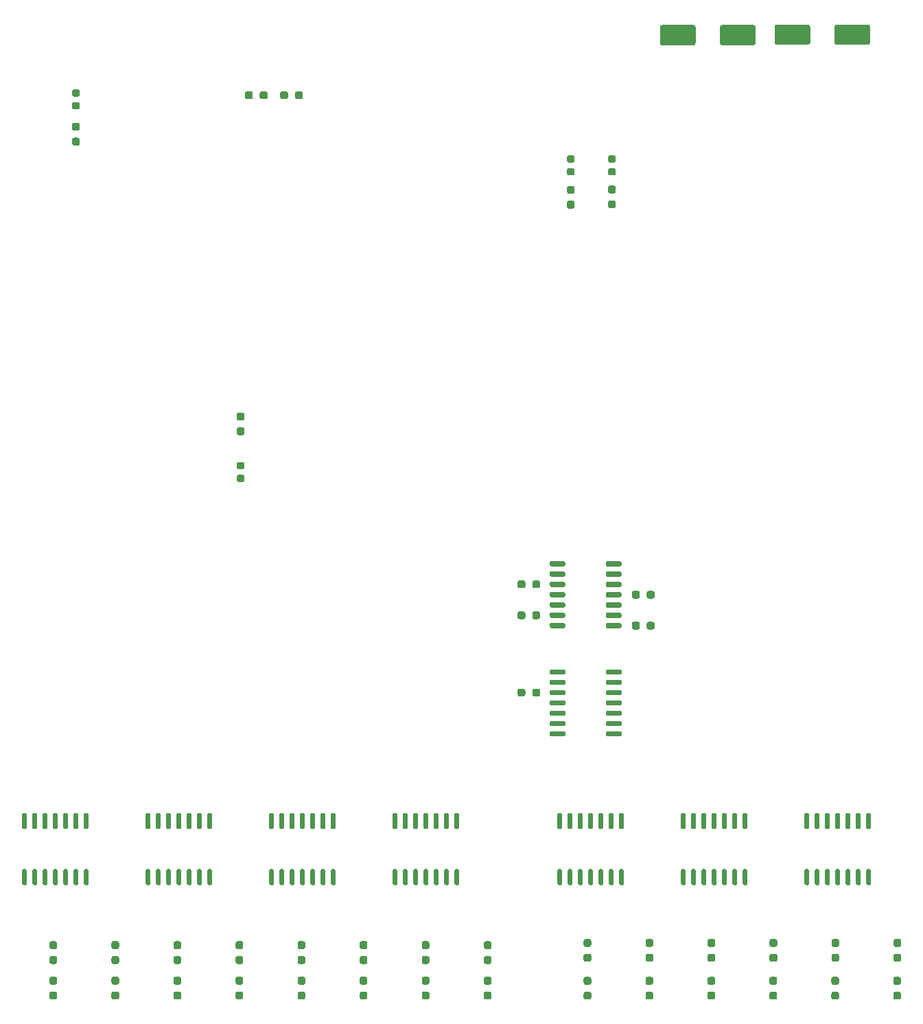
<source format=gtp>
%TF.GenerationSoftware,KiCad,Pcbnew,(5.1.9-0-10_14)*%
%TF.CreationDate,2021-06-23T09:28:56+02:00*%
%TF.ProjectId,MechanicalTheatre,4d656368-616e-4696-9361-6c5468656174,rev?*%
%TF.SameCoordinates,Original*%
%TF.FileFunction,Paste,Top*%
%TF.FilePolarity,Positive*%
%FSLAX46Y46*%
G04 Gerber Fmt 4.6, Leading zero omitted, Abs format (unit mm)*
G04 Created by KiCad (PCBNEW (5.1.9-0-10_14)) date 2021-06-23 09:28:56*
%MOMM*%
%LPD*%
G01*
G04 APERTURE LIST*
G04 APERTURE END LIST*
%TO.C,U13*%
G36*
G01*
X122860000Y-171705000D02*
X122560000Y-171705000D01*
G75*
G02*
X122410000Y-171555000I0J150000D01*
G01*
X122410000Y-169880000D01*
G75*
G02*
X122560000Y-169730000I150000J0D01*
G01*
X122860000Y-169730000D01*
G75*
G02*
X123010000Y-169880000I0J-150000D01*
G01*
X123010000Y-171555000D01*
G75*
G02*
X122860000Y-171705000I-150000J0D01*
G01*
G37*
G36*
G01*
X124130000Y-171705000D02*
X123830000Y-171705000D01*
G75*
G02*
X123680000Y-171555000I0J150000D01*
G01*
X123680000Y-169880000D01*
G75*
G02*
X123830000Y-169730000I150000J0D01*
G01*
X124130000Y-169730000D01*
G75*
G02*
X124280000Y-169880000I0J-150000D01*
G01*
X124280000Y-171555000D01*
G75*
G02*
X124130000Y-171705000I-150000J0D01*
G01*
G37*
G36*
G01*
X125400000Y-171705000D02*
X125100000Y-171705000D01*
G75*
G02*
X124950000Y-171555000I0J150000D01*
G01*
X124950000Y-169880000D01*
G75*
G02*
X125100000Y-169730000I150000J0D01*
G01*
X125400000Y-169730000D01*
G75*
G02*
X125550000Y-169880000I0J-150000D01*
G01*
X125550000Y-171555000D01*
G75*
G02*
X125400000Y-171705000I-150000J0D01*
G01*
G37*
G36*
G01*
X126670000Y-171705000D02*
X126370000Y-171705000D01*
G75*
G02*
X126220000Y-171555000I0J150000D01*
G01*
X126220000Y-169880000D01*
G75*
G02*
X126370000Y-169730000I150000J0D01*
G01*
X126670000Y-169730000D01*
G75*
G02*
X126820000Y-169880000I0J-150000D01*
G01*
X126820000Y-171555000D01*
G75*
G02*
X126670000Y-171705000I-150000J0D01*
G01*
G37*
G36*
G01*
X127940000Y-171705000D02*
X127640000Y-171705000D01*
G75*
G02*
X127490000Y-171555000I0J150000D01*
G01*
X127490000Y-169880000D01*
G75*
G02*
X127640000Y-169730000I150000J0D01*
G01*
X127940000Y-169730000D01*
G75*
G02*
X128090000Y-169880000I0J-150000D01*
G01*
X128090000Y-171555000D01*
G75*
G02*
X127940000Y-171705000I-150000J0D01*
G01*
G37*
G36*
G01*
X129210000Y-171705000D02*
X128910000Y-171705000D01*
G75*
G02*
X128760000Y-171555000I0J150000D01*
G01*
X128760000Y-169880000D01*
G75*
G02*
X128910000Y-169730000I150000J0D01*
G01*
X129210000Y-169730000D01*
G75*
G02*
X129360000Y-169880000I0J-150000D01*
G01*
X129360000Y-171555000D01*
G75*
G02*
X129210000Y-171705000I-150000J0D01*
G01*
G37*
G36*
G01*
X130480000Y-171705000D02*
X130180000Y-171705000D01*
G75*
G02*
X130030000Y-171555000I0J150000D01*
G01*
X130030000Y-169880000D01*
G75*
G02*
X130180000Y-169730000I150000J0D01*
G01*
X130480000Y-169730000D01*
G75*
G02*
X130630000Y-169880000I0J-150000D01*
G01*
X130630000Y-171555000D01*
G75*
G02*
X130480000Y-171705000I-150000J0D01*
G01*
G37*
G36*
G01*
X130480000Y-178630000D02*
X130180000Y-178630000D01*
G75*
G02*
X130030000Y-178480000I0J150000D01*
G01*
X130030000Y-176805000D01*
G75*
G02*
X130180000Y-176655000I150000J0D01*
G01*
X130480000Y-176655000D01*
G75*
G02*
X130630000Y-176805000I0J-150000D01*
G01*
X130630000Y-178480000D01*
G75*
G02*
X130480000Y-178630000I-150000J0D01*
G01*
G37*
G36*
G01*
X129210000Y-178630000D02*
X128910000Y-178630000D01*
G75*
G02*
X128760000Y-178480000I0J150000D01*
G01*
X128760000Y-176805000D01*
G75*
G02*
X128910000Y-176655000I150000J0D01*
G01*
X129210000Y-176655000D01*
G75*
G02*
X129360000Y-176805000I0J-150000D01*
G01*
X129360000Y-178480000D01*
G75*
G02*
X129210000Y-178630000I-150000J0D01*
G01*
G37*
G36*
G01*
X127940000Y-178630000D02*
X127640000Y-178630000D01*
G75*
G02*
X127490000Y-178480000I0J150000D01*
G01*
X127490000Y-176805000D01*
G75*
G02*
X127640000Y-176655000I150000J0D01*
G01*
X127940000Y-176655000D01*
G75*
G02*
X128090000Y-176805000I0J-150000D01*
G01*
X128090000Y-178480000D01*
G75*
G02*
X127940000Y-178630000I-150000J0D01*
G01*
G37*
G36*
G01*
X126670000Y-178630000D02*
X126370000Y-178630000D01*
G75*
G02*
X126220000Y-178480000I0J150000D01*
G01*
X126220000Y-176805000D01*
G75*
G02*
X126370000Y-176655000I150000J0D01*
G01*
X126670000Y-176655000D01*
G75*
G02*
X126820000Y-176805000I0J-150000D01*
G01*
X126820000Y-178480000D01*
G75*
G02*
X126670000Y-178630000I-150000J0D01*
G01*
G37*
G36*
G01*
X125400000Y-178630000D02*
X125100000Y-178630000D01*
G75*
G02*
X124950000Y-178480000I0J150000D01*
G01*
X124950000Y-176805000D01*
G75*
G02*
X125100000Y-176655000I150000J0D01*
G01*
X125400000Y-176655000D01*
G75*
G02*
X125550000Y-176805000I0J-150000D01*
G01*
X125550000Y-178480000D01*
G75*
G02*
X125400000Y-178630000I-150000J0D01*
G01*
G37*
G36*
G01*
X124130000Y-178630000D02*
X123830000Y-178630000D01*
G75*
G02*
X123680000Y-178480000I0J150000D01*
G01*
X123680000Y-176805000D01*
G75*
G02*
X123830000Y-176655000I150000J0D01*
G01*
X124130000Y-176655000D01*
G75*
G02*
X124280000Y-176805000I0J-150000D01*
G01*
X124280000Y-178480000D01*
G75*
G02*
X124130000Y-178630000I-150000J0D01*
G01*
G37*
G36*
G01*
X122860000Y-178630000D02*
X122560000Y-178630000D01*
G75*
G02*
X122410000Y-178480000I0J150000D01*
G01*
X122410000Y-176805000D01*
G75*
G02*
X122560000Y-176655000I150000J0D01*
G01*
X122860000Y-176655000D01*
G75*
G02*
X123010000Y-176805000I0J-150000D01*
G01*
X123010000Y-178480000D01*
G75*
G02*
X122860000Y-178630000I-150000J0D01*
G01*
G37*
%TD*%
%TO.C,U12*%
G36*
G01*
X138100000Y-171705000D02*
X137800000Y-171705000D01*
G75*
G02*
X137650000Y-171555000I0J150000D01*
G01*
X137650000Y-169880000D01*
G75*
G02*
X137800000Y-169730000I150000J0D01*
G01*
X138100000Y-169730000D01*
G75*
G02*
X138250000Y-169880000I0J-150000D01*
G01*
X138250000Y-171555000D01*
G75*
G02*
X138100000Y-171705000I-150000J0D01*
G01*
G37*
G36*
G01*
X139370000Y-171705000D02*
X139070000Y-171705000D01*
G75*
G02*
X138920000Y-171555000I0J150000D01*
G01*
X138920000Y-169880000D01*
G75*
G02*
X139070000Y-169730000I150000J0D01*
G01*
X139370000Y-169730000D01*
G75*
G02*
X139520000Y-169880000I0J-150000D01*
G01*
X139520000Y-171555000D01*
G75*
G02*
X139370000Y-171705000I-150000J0D01*
G01*
G37*
G36*
G01*
X140640000Y-171705000D02*
X140340000Y-171705000D01*
G75*
G02*
X140190000Y-171555000I0J150000D01*
G01*
X140190000Y-169880000D01*
G75*
G02*
X140340000Y-169730000I150000J0D01*
G01*
X140640000Y-169730000D01*
G75*
G02*
X140790000Y-169880000I0J-150000D01*
G01*
X140790000Y-171555000D01*
G75*
G02*
X140640000Y-171705000I-150000J0D01*
G01*
G37*
G36*
G01*
X141910000Y-171705000D02*
X141610000Y-171705000D01*
G75*
G02*
X141460000Y-171555000I0J150000D01*
G01*
X141460000Y-169880000D01*
G75*
G02*
X141610000Y-169730000I150000J0D01*
G01*
X141910000Y-169730000D01*
G75*
G02*
X142060000Y-169880000I0J-150000D01*
G01*
X142060000Y-171555000D01*
G75*
G02*
X141910000Y-171705000I-150000J0D01*
G01*
G37*
G36*
G01*
X143180000Y-171705000D02*
X142880000Y-171705000D01*
G75*
G02*
X142730000Y-171555000I0J150000D01*
G01*
X142730000Y-169880000D01*
G75*
G02*
X142880000Y-169730000I150000J0D01*
G01*
X143180000Y-169730000D01*
G75*
G02*
X143330000Y-169880000I0J-150000D01*
G01*
X143330000Y-171555000D01*
G75*
G02*
X143180000Y-171705000I-150000J0D01*
G01*
G37*
G36*
G01*
X144450000Y-171705000D02*
X144150000Y-171705000D01*
G75*
G02*
X144000000Y-171555000I0J150000D01*
G01*
X144000000Y-169880000D01*
G75*
G02*
X144150000Y-169730000I150000J0D01*
G01*
X144450000Y-169730000D01*
G75*
G02*
X144600000Y-169880000I0J-150000D01*
G01*
X144600000Y-171555000D01*
G75*
G02*
X144450000Y-171705000I-150000J0D01*
G01*
G37*
G36*
G01*
X145720000Y-171705000D02*
X145420000Y-171705000D01*
G75*
G02*
X145270000Y-171555000I0J150000D01*
G01*
X145270000Y-169880000D01*
G75*
G02*
X145420000Y-169730000I150000J0D01*
G01*
X145720000Y-169730000D01*
G75*
G02*
X145870000Y-169880000I0J-150000D01*
G01*
X145870000Y-171555000D01*
G75*
G02*
X145720000Y-171705000I-150000J0D01*
G01*
G37*
G36*
G01*
X145720000Y-178630000D02*
X145420000Y-178630000D01*
G75*
G02*
X145270000Y-178480000I0J150000D01*
G01*
X145270000Y-176805000D01*
G75*
G02*
X145420000Y-176655000I150000J0D01*
G01*
X145720000Y-176655000D01*
G75*
G02*
X145870000Y-176805000I0J-150000D01*
G01*
X145870000Y-178480000D01*
G75*
G02*
X145720000Y-178630000I-150000J0D01*
G01*
G37*
G36*
G01*
X144450000Y-178630000D02*
X144150000Y-178630000D01*
G75*
G02*
X144000000Y-178480000I0J150000D01*
G01*
X144000000Y-176805000D01*
G75*
G02*
X144150000Y-176655000I150000J0D01*
G01*
X144450000Y-176655000D01*
G75*
G02*
X144600000Y-176805000I0J-150000D01*
G01*
X144600000Y-178480000D01*
G75*
G02*
X144450000Y-178630000I-150000J0D01*
G01*
G37*
G36*
G01*
X143180000Y-178630000D02*
X142880000Y-178630000D01*
G75*
G02*
X142730000Y-178480000I0J150000D01*
G01*
X142730000Y-176805000D01*
G75*
G02*
X142880000Y-176655000I150000J0D01*
G01*
X143180000Y-176655000D01*
G75*
G02*
X143330000Y-176805000I0J-150000D01*
G01*
X143330000Y-178480000D01*
G75*
G02*
X143180000Y-178630000I-150000J0D01*
G01*
G37*
G36*
G01*
X141910000Y-178630000D02*
X141610000Y-178630000D01*
G75*
G02*
X141460000Y-178480000I0J150000D01*
G01*
X141460000Y-176805000D01*
G75*
G02*
X141610000Y-176655000I150000J0D01*
G01*
X141910000Y-176655000D01*
G75*
G02*
X142060000Y-176805000I0J-150000D01*
G01*
X142060000Y-178480000D01*
G75*
G02*
X141910000Y-178630000I-150000J0D01*
G01*
G37*
G36*
G01*
X140640000Y-178630000D02*
X140340000Y-178630000D01*
G75*
G02*
X140190000Y-178480000I0J150000D01*
G01*
X140190000Y-176805000D01*
G75*
G02*
X140340000Y-176655000I150000J0D01*
G01*
X140640000Y-176655000D01*
G75*
G02*
X140790000Y-176805000I0J-150000D01*
G01*
X140790000Y-178480000D01*
G75*
G02*
X140640000Y-178630000I-150000J0D01*
G01*
G37*
G36*
G01*
X139370000Y-178630000D02*
X139070000Y-178630000D01*
G75*
G02*
X138920000Y-178480000I0J150000D01*
G01*
X138920000Y-176805000D01*
G75*
G02*
X139070000Y-176655000I150000J0D01*
G01*
X139370000Y-176655000D01*
G75*
G02*
X139520000Y-176805000I0J-150000D01*
G01*
X139520000Y-178480000D01*
G75*
G02*
X139370000Y-178630000I-150000J0D01*
G01*
G37*
G36*
G01*
X138100000Y-178630000D02*
X137800000Y-178630000D01*
G75*
G02*
X137650000Y-178480000I0J150000D01*
G01*
X137650000Y-176805000D01*
G75*
G02*
X137800000Y-176655000I150000J0D01*
G01*
X138100000Y-176655000D01*
G75*
G02*
X138250000Y-176805000I0J-150000D01*
G01*
X138250000Y-178480000D01*
G75*
G02*
X138100000Y-178630000I-150000J0D01*
G01*
G37*
%TD*%
%TO.C,U11*%
G36*
G01*
X107620000Y-171705000D02*
X107320000Y-171705000D01*
G75*
G02*
X107170000Y-171555000I0J150000D01*
G01*
X107170000Y-169880000D01*
G75*
G02*
X107320000Y-169730000I150000J0D01*
G01*
X107620000Y-169730000D01*
G75*
G02*
X107770000Y-169880000I0J-150000D01*
G01*
X107770000Y-171555000D01*
G75*
G02*
X107620000Y-171705000I-150000J0D01*
G01*
G37*
G36*
G01*
X108890000Y-171705000D02*
X108590000Y-171705000D01*
G75*
G02*
X108440000Y-171555000I0J150000D01*
G01*
X108440000Y-169880000D01*
G75*
G02*
X108590000Y-169730000I150000J0D01*
G01*
X108890000Y-169730000D01*
G75*
G02*
X109040000Y-169880000I0J-150000D01*
G01*
X109040000Y-171555000D01*
G75*
G02*
X108890000Y-171705000I-150000J0D01*
G01*
G37*
G36*
G01*
X110160000Y-171705000D02*
X109860000Y-171705000D01*
G75*
G02*
X109710000Y-171555000I0J150000D01*
G01*
X109710000Y-169880000D01*
G75*
G02*
X109860000Y-169730000I150000J0D01*
G01*
X110160000Y-169730000D01*
G75*
G02*
X110310000Y-169880000I0J-150000D01*
G01*
X110310000Y-171555000D01*
G75*
G02*
X110160000Y-171705000I-150000J0D01*
G01*
G37*
G36*
G01*
X111430000Y-171705000D02*
X111130000Y-171705000D01*
G75*
G02*
X110980000Y-171555000I0J150000D01*
G01*
X110980000Y-169880000D01*
G75*
G02*
X111130000Y-169730000I150000J0D01*
G01*
X111430000Y-169730000D01*
G75*
G02*
X111580000Y-169880000I0J-150000D01*
G01*
X111580000Y-171555000D01*
G75*
G02*
X111430000Y-171705000I-150000J0D01*
G01*
G37*
G36*
G01*
X112700000Y-171705000D02*
X112400000Y-171705000D01*
G75*
G02*
X112250000Y-171555000I0J150000D01*
G01*
X112250000Y-169880000D01*
G75*
G02*
X112400000Y-169730000I150000J0D01*
G01*
X112700000Y-169730000D01*
G75*
G02*
X112850000Y-169880000I0J-150000D01*
G01*
X112850000Y-171555000D01*
G75*
G02*
X112700000Y-171705000I-150000J0D01*
G01*
G37*
G36*
G01*
X113970000Y-171705000D02*
X113670000Y-171705000D01*
G75*
G02*
X113520000Y-171555000I0J150000D01*
G01*
X113520000Y-169880000D01*
G75*
G02*
X113670000Y-169730000I150000J0D01*
G01*
X113970000Y-169730000D01*
G75*
G02*
X114120000Y-169880000I0J-150000D01*
G01*
X114120000Y-171555000D01*
G75*
G02*
X113970000Y-171705000I-150000J0D01*
G01*
G37*
G36*
G01*
X115240000Y-171705000D02*
X114940000Y-171705000D01*
G75*
G02*
X114790000Y-171555000I0J150000D01*
G01*
X114790000Y-169880000D01*
G75*
G02*
X114940000Y-169730000I150000J0D01*
G01*
X115240000Y-169730000D01*
G75*
G02*
X115390000Y-169880000I0J-150000D01*
G01*
X115390000Y-171555000D01*
G75*
G02*
X115240000Y-171705000I-150000J0D01*
G01*
G37*
G36*
G01*
X115240000Y-178630000D02*
X114940000Y-178630000D01*
G75*
G02*
X114790000Y-178480000I0J150000D01*
G01*
X114790000Y-176805000D01*
G75*
G02*
X114940000Y-176655000I150000J0D01*
G01*
X115240000Y-176655000D01*
G75*
G02*
X115390000Y-176805000I0J-150000D01*
G01*
X115390000Y-178480000D01*
G75*
G02*
X115240000Y-178630000I-150000J0D01*
G01*
G37*
G36*
G01*
X113970000Y-178630000D02*
X113670000Y-178630000D01*
G75*
G02*
X113520000Y-178480000I0J150000D01*
G01*
X113520000Y-176805000D01*
G75*
G02*
X113670000Y-176655000I150000J0D01*
G01*
X113970000Y-176655000D01*
G75*
G02*
X114120000Y-176805000I0J-150000D01*
G01*
X114120000Y-178480000D01*
G75*
G02*
X113970000Y-178630000I-150000J0D01*
G01*
G37*
G36*
G01*
X112700000Y-178630000D02*
X112400000Y-178630000D01*
G75*
G02*
X112250000Y-178480000I0J150000D01*
G01*
X112250000Y-176805000D01*
G75*
G02*
X112400000Y-176655000I150000J0D01*
G01*
X112700000Y-176655000D01*
G75*
G02*
X112850000Y-176805000I0J-150000D01*
G01*
X112850000Y-178480000D01*
G75*
G02*
X112700000Y-178630000I-150000J0D01*
G01*
G37*
G36*
G01*
X111430000Y-178630000D02*
X111130000Y-178630000D01*
G75*
G02*
X110980000Y-178480000I0J150000D01*
G01*
X110980000Y-176805000D01*
G75*
G02*
X111130000Y-176655000I150000J0D01*
G01*
X111430000Y-176655000D01*
G75*
G02*
X111580000Y-176805000I0J-150000D01*
G01*
X111580000Y-178480000D01*
G75*
G02*
X111430000Y-178630000I-150000J0D01*
G01*
G37*
G36*
G01*
X110160000Y-178630000D02*
X109860000Y-178630000D01*
G75*
G02*
X109710000Y-178480000I0J150000D01*
G01*
X109710000Y-176805000D01*
G75*
G02*
X109860000Y-176655000I150000J0D01*
G01*
X110160000Y-176655000D01*
G75*
G02*
X110310000Y-176805000I0J-150000D01*
G01*
X110310000Y-178480000D01*
G75*
G02*
X110160000Y-178630000I-150000J0D01*
G01*
G37*
G36*
G01*
X108890000Y-178630000D02*
X108590000Y-178630000D01*
G75*
G02*
X108440000Y-178480000I0J150000D01*
G01*
X108440000Y-176805000D01*
G75*
G02*
X108590000Y-176655000I150000J0D01*
G01*
X108890000Y-176655000D01*
G75*
G02*
X109040000Y-176805000I0J-150000D01*
G01*
X109040000Y-178480000D01*
G75*
G02*
X108890000Y-178630000I-150000J0D01*
G01*
G37*
G36*
G01*
X107620000Y-178630000D02*
X107320000Y-178630000D01*
G75*
G02*
X107170000Y-178480000I0J150000D01*
G01*
X107170000Y-176805000D01*
G75*
G02*
X107320000Y-176655000I150000J0D01*
G01*
X107620000Y-176655000D01*
G75*
G02*
X107770000Y-176805000I0J-150000D01*
G01*
X107770000Y-178480000D01*
G75*
G02*
X107620000Y-178630000I-150000J0D01*
G01*
G37*
%TD*%
%TO.C,U9*%
G36*
G01*
X87300000Y-171705000D02*
X87000000Y-171705000D01*
G75*
G02*
X86850000Y-171555000I0J150000D01*
G01*
X86850000Y-169880000D01*
G75*
G02*
X87000000Y-169730000I150000J0D01*
G01*
X87300000Y-169730000D01*
G75*
G02*
X87450000Y-169880000I0J-150000D01*
G01*
X87450000Y-171555000D01*
G75*
G02*
X87300000Y-171705000I-150000J0D01*
G01*
G37*
G36*
G01*
X88570000Y-171705000D02*
X88270000Y-171705000D01*
G75*
G02*
X88120000Y-171555000I0J150000D01*
G01*
X88120000Y-169880000D01*
G75*
G02*
X88270000Y-169730000I150000J0D01*
G01*
X88570000Y-169730000D01*
G75*
G02*
X88720000Y-169880000I0J-150000D01*
G01*
X88720000Y-171555000D01*
G75*
G02*
X88570000Y-171705000I-150000J0D01*
G01*
G37*
G36*
G01*
X89840000Y-171705000D02*
X89540000Y-171705000D01*
G75*
G02*
X89390000Y-171555000I0J150000D01*
G01*
X89390000Y-169880000D01*
G75*
G02*
X89540000Y-169730000I150000J0D01*
G01*
X89840000Y-169730000D01*
G75*
G02*
X89990000Y-169880000I0J-150000D01*
G01*
X89990000Y-171555000D01*
G75*
G02*
X89840000Y-171705000I-150000J0D01*
G01*
G37*
G36*
G01*
X91110000Y-171705000D02*
X90810000Y-171705000D01*
G75*
G02*
X90660000Y-171555000I0J150000D01*
G01*
X90660000Y-169880000D01*
G75*
G02*
X90810000Y-169730000I150000J0D01*
G01*
X91110000Y-169730000D01*
G75*
G02*
X91260000Y-169880000I0J-150000D01*
G01*
X91260000Y-171555000D01*
G75*
G02*
X91110000Y-171705000I-150000J0D01*
G01*
G37*
G36*
G01*
X92380000Y-171705000D02*
X92080000Y-171705000D01*
G75*
G02*
X91930000Y-171555000I0J150000D01*
G01*
X91930000Y-169880000D01*
G75*
G02*
X92080000Y-169730000I150000J0D01*
G01*
X92380000Y-169730000D01*
G75*
G02*
X92530000Y-169880000I0J-150000D01*
G01*
X92530000Y-171555000D01*
G75*
G02*
X92380000Y-171705000I-150000J0D01*
G01*
G37*
G36*
G01*
X93650000Y-171705000D02*
X93350000Y-171705000D01*
G75*
G02*
X93200000Y-171555000I0J150000D01*
G01*
X93200000Y-169880000D01*
G75*
G02*
X93350000Y-169730000I150000J0D01*
G01*
X93650000Y-169730000D01*
G75*
G02*
X93800000Y-169880000I0J-150000D01*
G01*
X93800000Y-171555000D01*
G75*
G02*
X93650000Y-171705000I-150000J0D01*
G01*
G37*
G36*
G01*
X94920000Y-171705000D02*
X94620000Y-171705000D01*
G75*
G02*
X94470000Y-171555000I0J150000D01*
G01*
X94470000Y-169880000D01*
G75*
G02*
X94620000Y-169730000I150000J0D01*
G01*
X94920000Y-169730000D01*
G75*
G02*
X95070000Y-169880000I0J-150000D01*
G01*
X95070000Y-171555000D01*
G75*
G02*
X94920000Y-171705000I-150000J0D01*
G01*
G37*
G36*
G01*
X94920000Y-178630000D02*
X94620000Y-178630000D01*
G75*
G02*
X94470000Y-178480000I0J150000D01*
G01*
X94470000Y-176805000D01*
G75*
G02*
X94620000Y-176655000I150000J0D01*
G01*
X94920000Y-176655000D01*
G75*
G02*
X95070000Y-176805000I0J-150000D01*
G01*
X95070000Y-178480000D01*
G75*
G02*
X94920000Y-178630000I-150000J0D01*
G01*
G37*
G36*
G01*
X93650000Y-178630000D02*
X93350000Y-178630000D01*
G75*
G02*
X93200000Y-178480000I0J150000D01*
G01*
X93200000Y-176805000D01*
G75*
G02*
X93350000Y-176655000I150000J0D01*
G01*
X93650000Y-176655000D01*
G75*
G02*
X93800000Y-176805000I0J-150000D01*
G01*
X93800000Y-178480000D01*
G75*
G02*
X93650000Y-178630000I-150000J0D01*
G01*
G37*
G36*
G01*
X92380000Y-178630000D02*
X92080000Y-178630000D01*
G75*
G02*
X91930000Y-178480000I0J150000D01*
G01*
X91930000Y-176805000D01*
G75*
G02*
X92080000Y-176655000I150000J0D01*
G01*
X92380000Y-176655000D01*
G75*
G02*
X92530000Y-176805000I0J-150000D01*
G01*
X92530000Y-178480000D01*
G75*
G02*
X92380000Y-178630000I-150000J0D01*
G01*
G37*
G36*
G01*
X91110000Y-178630000D02*
X90810000Y-178630000D01*
G75*
G02*
X90660000Y-178480000I0J150000D01*
G01*
X90660000Y-176805000D01*
G75*
G02*
X90810000Y-176655000I150000J0D01*
G01*
X91110000Y-176655000D01*
G75*
G02*
X91260000Y-176805000I0J-150000D01*
G01*
X91260000Y-178480000D01*
G75*
G02*
X91110000Y-178630000I-150000J0D01*
G01*
G37*
G36*
G01*
X89840000Y-178630000D02*
X89540000Y-178630000D01*
G75*
G02*
X89390000Y-178480000I0J150000D01*
G01*
X89390000Y-176805000D01*
G75*
G02*
X89540000Y-176655000I150000J0D01*
G01*
X89840000Y-176655000D01*
G75*
G02*
X89990000Y-176805000I0J-150000D01*
G01*
X89990000Y-178480000D01*
G75*
G02*
X89840000Y-178630000I-150000J0D01*
G01*
G37*
G36*
G01*
X88570000Y-178630000D02*
X88270000Y-178630000D01*
G75*
G02*
X88120000Y-178480000I0J150000D01*
G01*
X88120000Y-176805000D01*
G75*
G02*
X88270000Y-176655000I150000J0D01*
G01*
X88570000Y-176655000D01*
G75*
G02*
X88720000Y-176805000I0J-150000D01*
G01*
X88720000Y-178480000D01*
G75*
G02*
X88570000Y-178630000I-150000J0D01*
G01*
G37*
G36*
G01*
X87300000Y-178630000D02*
X87000000Y-178630000D01*
G75*
G02*
X86850000Y-178480000I0J150000D01*
G01*
X86850000Y-176805000D01*
G75*
G02*
X87000000Y-176655000I150000J0D01*
G01*
X87300000Y-176655000D01*
G75*
G02*
X87450000Y-176805000I0J-150000D01*
G01*
X87450000Y-178480000D01*
G75*
G02*
X87300000Y-178630000I-150000J0D01*
G01*
G37*
%TD*%
%TO.C,U8*%
G36*
G01*
X56820000Y-171705000D02*
X56520000Y-171705000D01*
G75*
G02*
X56370000Y-171555000I0J150000D01*
G01*
X56370000Y-169880000D01*
G75*
G02*
X56520000Y-169730000I150000J0D01*
G01*
X56820000Y-169730000D01*
G75*
G02*
X56970000Y-169880000I0J-150000D01*
G01*
X56970000Y-171555000D01*
G75*
G02*
X56820000Y-171705000I-150000J0D01*
G01*
G37*
G36*
G01*
X58090000Y-171705000D02*
X57790000Y-171705000D01*
G75*
G02*
X57640000Y-171555000I0J150000D01*
G01*
X57640000Y-169880000D01*
G75*
G02*
X57790000Y-169730000I150000J0D01*
G01*
X58090000Y-169730000D01*
G75*
G02*
X58240000Y-169880000I0J-150000D01*
G01*
X58240000Y-171555000D01*
G75*
G02*
X58090000Y-171705000I-150000J0D01*
G01*
G37*
G36*
G01*
X59360000Y-171705000D02*
X59060000Y-171705000D01*
G75*
G02*
X58910000Y-171555000I0J150000D01*
G01*
X58910000Y-169880000D01*
G75*
G02*
X59060000Y-169730000I150000J0D01*
G01*
X59360000Y-169730000D01*
G75*
G02*
X59510000Y-169880000I0J-150000D01*
G01*
X59510000Y-171555000D01*
G75*
G02*
X59360000Y-171705000I-150000J0D01*
G01*
G37*
G36*
G01*
X60630000Y-171705000D02*
X60330000Y-171705000D01*
G75*
G02*
X60180000Y-171555000I0J150000D01*
G01*
X60180000Y-169880000D01*
G75*
G02*
X60330000Y-169730000I150000J0D01*
G01*
X60630000Y-169730000D01*
G75*
G02*
X60780000Y-169880000I0J-150000D01*
G01*
X60780000Y-171555000D01*
G75*
G02*
X60630000Y-171705000I-150000J0D01*
G01*
G37*
G36*
G01*
X61900000Y-171705000D02*
X61600000Y-171705000D01*
G75*
G02*
X61450000Y-171555000I0J150000D01*
G01*
X61450000Y-169880000D01*
G75*
G02*
X61600000Y-169730000I150000J0D01*
G01*
X61900000Y-169730000D01*
G75*
G02*
X62050000Y-169880000I0J-150000D01*
G01*
X62050000Y-171555000D01*
G75*
G02*
X61900000Y-171705000I-150000J0D01*
G01*
G37*
G36*
G01*
X63170000Y-171705000D02*
X62870000Y-171705000D01*
G75*
G02*
X62720000Y-171555000I0J150000D01*
G01*
X62720000Y-169880000D01*
G75*
G02*
X62870000Y-169730000I150000J0D01*
G01*
X63170000Y-169730000D01*
G75*
G02*
X63320000Y-169880000I0J-150000D01*
G01*
X63320000Y-171555000D01*
G75*
G02*
X63170000Y-171705000I-150000J0D01*
G01*
G37*
G36*
G01*
X64440000Y-171705000D02*
X64140000Y-171705000D01*
G75*
G02*
X63990000Y-171555000I0J150000D01*
G01*
X63990000Y-169880000D01*
G75*
G02*
X64140000Y-169730000I150000J0D01*
G01*
X64440000Y-169730000D01*
G75*
G02*
X64590000Y-169880000I0J-150000D01*
G01*
X64590000Y-171555000D01*
G75*
G02*
X64440000Y-171705000I-150000J0D01*
G01*
G37*
G36*
G01*
X64440000Y-178630000D02*
X64140000Y-178630000D01*
G75*
G02*
X63990000Y-178480000I0J150000D01*
G01*
X63990000Y-176805000D01*
G75*
G02*
X64140000Y-176655000I150000J0D01*
G01*
X64440000Y-176655000D01*
G75*
G02*
X64590000Y-176805000I0J-150000D01*
G01*
X64590000Y-178480000D01*
G75*
G02*
X64440000Y-178630000I-150000J0D01*
G01*
G37*
G36*
G01*
X63170000Y-178630000D02*
X62870000Y-178630000D01*
G75*
G02*
X62720000Y-178480000I0J150000D01*
G01*
X62720000Y-176805000D01*
G75*
G02*
X62870000Y-176655000I150000J0D01*
G01*
X63170000Y-176655000D01*
G75*
G02*
X63320000Y-176805000I0J-150000D01*
G01*
X63320000Y-178480000D01*
G75*
G02*
X63170000Y-178630000I-150000J0D01*
G01*
G37*
G36*
G01*
X61900000Y-178630000D02*
X61600000Y-178630000D01*
G75*
G02*
X61450000Y-178480000I0J150000D01*
G01*
X61450000Y-176805000D01*
G75*
G02*
X61600000Y-176655000I150000J0D01*
G01*
X61900000Y-176655000D01*
G75*
G02*
X62050000Y-176805000I0J-150000D01*
G01*
X62050000Y-178480000D01*
G75*
G02*
X61900000Y-178630000I-150000J0D01*
G01*
G37*
G36*
G01*
X60630000Y-178630000D02*
X60330000Y-178630000D01*
G75*
G02*
X60180000Y-178480000I0J150000D01*
G01*
X60180000Y-176805000D01*
G75*
G02*
X60330000Y-176655000I150000J0D01*
G01*
X60630000Y-176655000D01*
G75*
G02*
X60780000Y-176805000I0J-150000D01*
G01*
X60780000Y-178480000D01*
G75*
G02*
X60630000Y-178630000I-150000J0D01*
G01*
G37*
G36*
G01*
X59360000Y-178630000D02*
X59060000Y-178630000D01*
G75*
G02*
X58910000Y-178480000I0J150000D01*
G01*
X58910000Y-176805000D01*
G75*
G02*
X59060000Y-176655000I150000J0D01*
G01*
X59360000Y-176655000D01*
G75*
G02*
X59510000Y-176805000I0J-150000D01*
G01*
X59510000Y-178480000D01*
G75*
G02*
X59360000Y-178630000I-150000J0D01*
G01*
G37*
G36*
G01*
X58090000Y-178630000D02*
X57790000Y-178630000D01*
G75*
G02*
X57640000Y-178480000I0J150000D01*
G01*
X57640000Y-176805000D01*
G75*
G02*
X57790000Y-176655000I150000J0D01*
G01*
X58090000Y-176655000D01*
G75*
G02*
X58240000Y-176805000I0J-150000D01*
G01*
X58240000Y-178480000D01*
G75*
G02*
X58090000Y-178630000I-150000J0D01*
G01*
G37*
G36*
G01*
X56820000Y-178630000D02*
X56520000Y-178630000D01*
G75*
G02*
X56370000Y-178480000I0J150000D01*
G01*
X56370000Y-176805000D01*
G75*
G02*
X56520000Y-176655000I150000J0D01*
G01*
X56820000Y-176655000D01*
G75*
G02*
X56970000Y-176805000I0J-150000D01*
G01*
X56970000Y-178480000D01*
G75*
G02*
X56820000Y-178630000I-150000J0D01*
G01*
G37*
%TD*%
%TO.C,U7*%
G36*
G01*
X72060000Y-171705000D02*
X71760000Y-171705000D01*
G75*
G02*
X71610000Y-171555000I0J150000D01*
G01*
X71610000Y-169880000D01*
G75*
G02*
X71760000Y-169730000I150000J0D01*
G01*
X72060000Y-169730000D01*
G75*
G02*
X72210000Y-169880000I0J-150000D01*
G01*
X72210000Y-171555000D01*
G75*
G02*
X72060000Y-171705000I-150000J0D01*
G01*
G37*
G36*
G01*
X73330000Y-171705000D02*
X73030000Y-171705000D01*
G75*
G02*
X72880000Y-171555000I0J150000D01*
G01*
X72880000Y-169880000D01*
G75*
G02*
X73030000Y-169730000I150000J0D01*
G01*
X73330000Y-169730000D01*
G75*
G02*
X73480000Y-169880000I0J-150000D01*
G01*
X73480000Y-171555000D01*
G75*
G02*
X73330000Y-171705000I-150000J0D01*
G01*
G37*
G36*
G01*
X74600000Y-171705000D02*
X74300000Y-171705000D01*
G75*
G02*
X74150000Y-171555000I0J150000D01*
G01*
X74150000Y-169880000D01*
G75*
G02*
X74300000Y-169730000I150000J0D01*
G01*
X74600000Y-169730000D01*
G75*
G02*
X74750000Y-169880000I0J-150000D01*
G01*
X74750000Y-171555000D01*
G75*
G02*
X74600000Y-171705000I-150000J0D01*
G01*
G37*
G36*
G01*
X75870000Y-171705000D02*
X75570000Y-171705000D01*
G75*
G02*
X75420000Y-171555000I0J150000D01*
G01*
X75420000Y-169880000D01*
G75*
G02*
X75570000Y-169730000I150000J0D01*
G01*
X75870000Y-169730000D01*
G75*
G02*
X76020000Y-169880000I0J-150000D01*
G01*
X76020000Y-171555000D01*
G75*
G02*
X75870000Y-171705000I-150000J0D01*
G01*
G37*
G36*
G01*
X77140000Y-171705000D02*
X76840000Y-171705000D01*
G75*
G02*
X76690000Y-171555000I0J150000D01*
G01*
X76690000Y-169880000D01*
G75*
G02*
X76840000Y-169730000I150000J0D01*
G01*
X77140000Y-169730000D01*
G75*
G02*
X77290000Y-169880000I0J-150000D01*
G01*
X77290000Y-171555000D01*
G75*
G02*
X77140000Y-171705000I-150000J0D01*
G01*
G37*
G36*
G01*
X78410000Y-171705000D02*
X78110000Y-171705000D01*
G75*
G02*
X77960000Y-171555000I0J150000D01*
G01*
X77960000Y-169880000D01*
G75*
G02*
X78110000Y-169730000I150000J0D01*
G01*
X78410000Y-169730000D01*
G75*
G02*
X78560000Y-169880000I0J-150000D01*
G01*
X78560000Y-171555000D01*
G75*
G02*
X78410000Y-171705000I-150000J0D01*
G01*
G37*
G36*
G01*
X79680000Y-171705000D02*
X79380000Y-171705000D01*
G75*
G02*
X79230000Y-171555000I0J150000D01*
G01*
X79230000Y-169880000D01*
G75*
G02*
X79380000Y-169730000I150000J0D01*
G01*
X79680000Y-169730000D01*
G75*
G02*
X79830000Y-169880000I0J-150000D01*
G01*
X79830000Y-171555000D01*
G75*
G02*
X79680000Y-171705000I-150000J0D01*
G01*
G37*
G36*
G01*
X79680000Y-178630000D02*
X79380000Y-178630000D01*
G75*
G02*
X79230000Y-178480000I0J150000D01*
G01*
X79230000Y-176805000D01*
G75*
G02*
X79380000Y-176655000I150000J0D01*
G01*
X79680000Y-176655000D01*
G75*
G02*
X79830000Y-176805000I0J-150000D01*
G01*
X79830000Y-178480000D01*
G75*
G02*
X79680000Y-178630000I-150000J0D01*
G01*
G37*
G36*
G01*
X78410000Y-178630000D02*
X78110000Y-178630000D01*
G75*
G02*
X77960000Y-178480000I0J150000D01*
G01*
X77960000Y-176805000D01*
G75*
G02*
X78110000Y-176655000I150000J0D01*
G01*
X78410000Y-176655000D01*
G75*
G02*
X78560000Y-176805000I0J-150000D01*
G01*
X78560000Y-178480000D01*
G75*
G02*
X78410000Y-178630000I-150000J0D01*
G01*
G37*
G36*
G01*
X77140000Y-178630000D02*
X76840000Y-178630000D01*
G75*
G02*
X76690000Y-178480000I0J150000D01*
G01*
X76690000Y-176805000D01*
G75*
G02*
X76840000Y-176655000I150000J0D01*
G01*
X77140000Y-176655000D01*
G75*
G02*
X77290000Y-176805000I0J-150000D01*
G01*
X77290000Y-178480000D01*
G75*
G02*
X77140000Y-178630000I-150000J0D01*
G01*
G37*
G36*
G01*
X75870000Y-178630000D02*
X75570000Y-178630000D01*
G75*
G02*
X75420000Y-178480000I0J150000D01*
G01*
X75420000Y-176805000D01*
G75*
G02*
X75570000Y-176655000I150000J0D01*
G01*
X75870000Y-176655000D01*
G75*
G02*
X76020000Y-176805000I0J-150000D01*
G01*
X76020000Y-178480000D01*
G75*
G02*
X75870000Y-178630000I-150000J0D01*
G01*
G37*
G36*
G01*
X74600000Y-178630000D02*
X74300000Y-178630000D01*
G75*
G02*
X74150000Y-178480000I0J150000D01*
G01*
X74150000Y-176805000D01*
G75*
G02*
X74300000Y-176655000I150000J0D01*
G01*
X74600000Y-176655000D01*
G75*
G02*
X74750000Y-176805000I0J-150000D01*
G01*
X74750000Y-178480000D01*
G75*
G02*
X74600000Y-178630000I-150000J0D01*
G01*
G37*
G36*
G01*
X73330000Y-178630000D02*
X73030000Y-178630000D01*
G75*
G02*
X72880000Y-178480000I0J150000D01*
G01*
X72880000Y-176805000D01*
G75*
G02*
X73030000Y-176655000I150000J0D01*
G01*
X73330000Y-176655000D01*
G75*
G02*
X73480000Y-176805000I0J-150000D01*
G01*
X73480000Y-178480000D01*
G75*
G02*
X73330000Y-178630000I-150000J0D01*
G01*
G37*
G36*
G01*
X72060000Y-178630000D02*
X71760000Y-178630000D01*
G75*
G02*
X71610000Y-178480000I0J150000D01*
G01*
X71610000Y-176805000D01*
G75*
G02*
X71760000Y-176655000I150000J0D01*
G01*
X72060000Y-176655000D01*
G75*
G02*
X72210000Y-176805000I0J-150000D01*
G01*
X72210000Y-178480000D01*
G75*
G02*
X72060000Y-178630000I-150000J0D01*
G01*
G37*
%TD*%
%TO.C,U5*%
G36*
G01*
X41580000Y-171705000D02*
X41280000Y-171705000D01*
G75*
G02*
X41130000Y-171555000I0J150000D01*
G01*
X41130000Y-169880000D01*
G75*
G02*
X41280000Y-169730000I150000J0D01*
G01*
X41580000Y-169730000D01*
G75*
G02*
X41730000Y-169880000I0J-150000D01*
G01*
X41730000Y-171555000D01*
G75*
G02*
X41580000Y-171705000I-150000J0D01*
G01*
G37*
G36*
G01*
X42850000Y-171705000D02*
X42550000Y-171705000D01*
G75*
G02*
X42400000Y-171555000I0J150000D01*
G01*
X42400000Y-169880000D01*
G75*
G02*
X42550000Y-169730000I150000J0D01*
G01*
X42850000Y-169730000D01*
G75*
G02*
X43000000Y-169880000I0J-150000D01*
G01*
X43000000Y-171555000D01*
G75*
G02*
X42850000Y-171705000I-150000J0D01*
G01*
G37*
G36*
G01*
X44120000Y-171705000D02*
X43820000Y-171705000D01*
G75*
G02*
X43670000Y-171555000I0J150000D01*
G01*
X43670000Y-169880000D01*
G75*
G02*
X43820000Y-169730000I150000J0D01*
G01*
X44120000Y-169730000D01*
G75*
G02*
X44270000Y-169880000I0J-150000D01*
G01*
X44270000Y-171555000D01*
G75*
G02*
X44120000Y-171705000I-150000J0D01*
G01*
G37*
G36*
G01*
X45390000Y-171705000D02*
X45090000Y-171705000D01*
G75*
G02*
X44940000Y-171555000I0J150000D01*
G01*
X44940000Y-169880000D01*
G75*
G02*
X45090000Y-169730000I150000J0D01*
G01*
X45390000Y-169730000D01*
G75*
G02*
X45540000Y-169880000I0J-150000D01*
G01*
X45540000Y-171555000D01*
G75*
G02*
X45390000Y-171705000I-150000J0D01*
G01*
G37*
G36*
G01*
X46660000Y-171705000D02*
X46360000Y-171705000D01*
G75*
G02*
X46210000Y-171555000I0J150000D01*
G01*
X46210000Y-169880000D01*
G75*
G02*
X46360000Y-169730000I150000J0D01*
G01*
X46660000Y-169730000D01*
G75*
G02*
X46810000Y-169880000I0J-150000D01*
G01*
X46810000Y-171555000D01*
G75*
G02*
X46660000Y-171705000I-150000J0D01*
G01*
G37*
G36*
G01*
X47930000Y-171705000D02*
X47630000Y-171705000D01*
G75*
G02*
X47480000Y-171555000I0J150000D01*
G01*
X47480000Y-169880000D01*
G75*
G02*
X47630000Y-169730000I150000J0D01*
G01*
X47930000Y-169730000D01*
G75*
G02*
X48080000Y-169880000I0J-150000D01*
G01*
X48080000Y-171555000D01*
G75*
G02*
X47930000Y-171705000I-150000J0D01*
G01*
G37*
G36*
G01*
X49200000Y-171705000D02*
X48900000Y-171705000D01*
G75*
G02*
X48750000Y-171555000I0J150000D01*
G01*
X48750000Y-169880000D01*
G75*
G02*
X48900000Y-169730000I150000J0D01*
G01*
X49200000Y-169730000D01*
G75*
G02*
X49350000Y-169880000I0J-150000D01*
G01*
X49350000Y-171555000D01*
G75*
G02*
X49200000Y-171705000I-150000J0D01*
G01*
G37*
G36*
G01*
X49200000Y-178630000D02*
X48900000Y-178630000D01*
G75*
G02*
X48750000Y-178480000I0J150000D01*
G01*
X48750000Y-176805000D01*
G75*
G02*
X48900000Y-176655000I150000J0D01*
G01*
X49200000Y-176655000D01*
G75*
G02*
X49350000Y-176805000I0J-150000D01*
G01*
X49350000Y-178480000D01*
G75*
G02*
X49200000Y-178630000I-150000J0D01*
G01*
G37*
G36*
G01*
X47930000Y-178630000D02*
X47630000Y-178630000D01*
G75*
G02*
X47480000Y-178480000I0J150000D01*
G01*
X47480000Y-176805000D01*
G75*
G02*
X47630000Y-176655000I150000J0D01*
G01*
X47930000Y-176655000D01*
G75*
G02*
X48080000Y-176805000I0J-150000D01*
G01*
X48080000Y-178480000D01*
G75*
G02*
X47930000Y-178630000I-150000J0D01*
G01*
G37*
G36*
G01*
X46660000Y-178630000D02*
X46360000Y-178630000D01*
G75*
G02*
X46210000Y-178480000I0J150000D01*
G01*
X46210000Y-176805000D01*
G75*
G02*
X46360000Y-176655000I150000J0D01*
G01*
X46660000Y-176655000D01*
G75*
G02*
X46810000Y-176805000I0J-150000D01*
G01*
X46810000Y-178480000D01*
G75*
G02*
X46660000Y-178630000I-150000J0D01*
G01*
G37*
G36*
G01*
X45390000Y-178630000D02*
X45090000Y-178630000D01*
G75*
G02*
X44940000Y-178480000I0J150000D01*
G01*
X44940000Y-176805000D01*
G75*
G02*
X45090000Y-176655000I150000J0D01*
G01*
X45390000Y-176655000D01*
G75*
G02*
X45540000Y-176805000I0J-150000D01*
G01*
X45540000Y-178480000D01*
G75*
G02*
X45390000Y-178630000I-150000J0D01*
G01*
G37*
G36*
G01*
X44120000Y-178630000D02*
X43820000Y-178630000D01*
G75*
G02*
X43670000Y-178480000I0J150000D01*
G01*
X43670000Y-176805000D01*
G75*
G02*
X43820000Y-176655000I150000J0D01*
G01*
X44120000Y-176655000D01*
G75*
G02*
X44270000Y-176805000I0J-150000D01*
G01*
X44270000Y-178480000D01*
G75*
G02*
X44120000Y-178630000I-150000J0D01*
G01*
G37*
G36*
G01*
X42850000Y-178630000D02*
X42550000Y-178630000D01*
G75*
G02*
X42400000Y-178480000I0J150000D01*
G01*
X42400000Y-176805000D01*
G75*
G02*
X42550000Y-176655000I150000J0D01*
G01*
X42850000Y-176655000D01*
G75*
G02*
X43000000Y-176805000I0J-150000D01*
G01*
X43000000Y-178480000D01*
G75*
G02*
X42850000Y-178630000I-150000J0D01*
G01*
G37*
G36*
G01*
X41580000Y-178630000D02*
X41280000Y-178630000D01*
G75*
G02*
X41130000Y-178480000I0J150000D01*
G01*
X41130000Y-176805000D01*
G75*
G02*
X41280000Y-176655000I150000J0D01*
G01*
X41580000Y-176655000D01*
G75*
G02*
X41730000Y-176805000I0J-150000D01*
G01*
X41730000Y-178480000D01*
G75*
G02*
X41580000Y-178630000I-150000J0D01*
G01*
G37*
%TD*%
%TO.C,U3*%
G36*
G01*
X113142000Y-139171000D02*
X113142000Y-138871000D01*
G75*
G02*
X113292000Y-138721000I150000J0D01*
G01*
X114967000Y-138721000D01*
G75*
G02*
X115117000Y-138871000I0J-150000D01*
G01*
X115117000Y-139171000D01*
G75*
G02*
X114967000Y-139321000I-150000J0D01*
G01*
X113292000Y-139321000D01*
G75*
G02*
X113142000Y-139171000I0J150000D01*
G01*
G37*
G36*
G01*
X113142000Y-140441000D02*
X113142000Y-140141000D01*
G75*
G02*
X113292000Y-139991000I150000J0D01*
G01*
X114967000Y-139991000D01*
G75*
G02*
X115117000Y-140141000I0J-150000D01*
G01*
X115117000Y-140441000D01*
G75*
G02*
X114967000Y-140591000I-150000J0D01*
G01*
X113292000Y-140591000D01*
G75*
G02*
X113142000Y-140441000I0J150000D01*
G01*
G37*
G36*
G01*
X113142000Y-141711000D02*
X113142000Y-141411000D01*
G75*
G02*
X113292000Y-141261000I150000J0D01*
G01*
X114967000Y-141261000D01*
G75*
G02*
X115117000Y-141411000I0J-150000D01*
G01*
X115117000Y-141711000D01*
G75*
G02*
X114967000Y-141861000I-150000J0D01*
G01*
X113292000Y-141861000D01*
G75*
G02*
X113142000Y-141711000I0J150000D01*
G01*
G37*
G36*
G01*
X113142000Y-142981000D02*
X113142000Y-142681000D01*
G75*
G02*
X113292000Y-142531000I150000J0D01*
G01*
X114967000Y-142531000D01*
G75*
G02*
X115117000Y-142681000I0J-150000D01*
G01*
X115117000Y-142981000D01*
G75*
G02*
X114967000Y-143131000I-150000J0D01*
G01*
X113292000Y-143131000D01*
G75*
G02*
X113142000Y-142981000I0J150000D01*
G01*
G37*
G36*
G01*
X113142000Y-144251000D02*
X113142000Y-143951000D01*
G75*
G02*
X113292000Y-143801000I150000J0D01*
G01*
X114967000Y-143801000D01*
G75*
G02*
X115117000Y-143951000I0J-150000D01*
G01*
X115117000Y-144251000D01*
G75*
G02*
X114967000Y-144401000I-150000J0D01*
G01*
X113292000Y-144401000D01*
G75*
G02*
X113142000Y-144251000I0J150000D01*
G01*
G37*
G36*
G01*
X113142000Y-145521000D02*
X113142000Y-145221000D01*
G75*
G02*
X113292000Y-145071000I150000J0D01*
G01*
X114967000Y-145071000D01*
G75*
G02*
X115117000Y-145221000I0J-150000D01*
G01*
X115117000Y-145521000D01*
G75*
G02*
X114967000Y-145671000I-150000J0D01*
G01*
X113292000Y-145671000D01*
G75*
G02*
X113142000Y-145521000I0J150000D01*
G01*
G37*
G36*
G01*
X113142000Y-146791000D02*
X113142000Y-146491000D01*
G75*
G02*
X113292000Y-146341000I150000J0D01*
G01*
X114967000Y-146341000D01*
G75*
G02*
X115117000Y-146491000I0J-150000D01*
G01*
X115117000Y-146791000D01*
G75*
G02*
X114967000Y-146941000I-150000J0D01*
G01*
X113292000Y-146941000D01*
G75*
G02*
X113142000Y-146791000I0J150000D01*
G01*
G37*
G36*
G01*
X106217000Y-146791000D02*
X106217000Y-146491000D01*
G75*
G02*
X106367000Y-146341000I150000J0D01*
G01*
X108042000Y-146341000D01*
G75*
G02*
X108192000Y-146491000I0J-150000D01*
G01*
X108192000Y-146791000D01*
G75*
G02*
X108042000Y-146941000I-150000J0D01*
G01*
X106367000Y-146941000D01*
G75*
G02*
X106217000Y-146791000I0J150000D01*
G01*
G37*
G36*
G01*
X106217000Y-145521000D02*
X106217000Y-145221000D01*
G75*
G02*
X106367000Y-145071000I150000J0D01*
G01*
X108042000Y-145071000D01*
G75*
G02*
X108192000Y-145221000I0J-150000D01*
G01*
X108192000Y-145521000D01*
G75*
G02*
X108042000Y-145671000I-150000J0D01*
G01*
X106367000Y-145671000D01*
G75*
G02*
X106217000Y-145521000I0J150000D01*
G01*
G37*
G36*
G01*
X106217000Y-144251000D02*
X106217000Y-143951000D01*
G75*
G02*
X106367000Y-143801000I150000J0D01*
G01*
X108042000Y-143801000D01*
G75*
G02*
X108192000Y-143951000I0J-150000D01*
G01*
X108192000Y-144251000D01*
G75*
G02*
X108042000Y-144401000I-150000J0D01*
G01*
X106367000Y-144401000D01*
G75*
G02*
X106217000Y-144251000I0J150000D01*
G01*
G37*
G36*
G01*
X106217000Y-142981000D02*
X106217000Y-142681000D01*
G75*
G02*
X106367000Y-142531000I150000J0D01*
G01*
X108042000Y-142531000D01*
G75*
G02*
X108192000Y-142681000I0J-150000D01*
G01*
X108192000Y-142981000D01*
G75*
G02*
X108042000Y-143131000I-150000J0D01*
G01*
X106367000Y-143131000D01*
G75*
G02*
X106217000Y-142981000I0J150000D01*
G01*
G37*
G36*
G01*
X106217000Y-141711000D02*
X106217000Y-141411000D01*
G75*
G02*
X106367000Y-141261000I150000J0D01*
G01*
X108042000Y-141261000D01*
G75*
G02*
X108192000Y-141411000I0J-150000D01*
G01*
X108192000Y-141711000D01*
G75*
G02*
X108042000Y-141861000I-150000J0D01*
G01*
X106367000Y-141861000D01*
G75*
G02*
X106217000Y-141711000I0J150000D01*
G01*
G37*
G36*
G01*
X106217000Y-140441000D02*
X106217000Y-140141000D01*
G75*
G02*
X106367000Y-139991000I150000J0D01*
G01*
X108042000Y-139991000D01*
G75*
G02*
X108192000Y-140141000I0J-150000D01*
G01*
X108192000Y-140441000D01*
G75*
G02*
X108042000Y-140591000I-150000J0D01*
G01*
X106367000Y-140591000D01*
G75*
G02*
X106217000Y-140441000I0J150000D01*
G01*
G37*
G36*
G01*
X106217000Y-139171000D02*
X106217000Y-138871000D01*
G75*
G02*
X106367000Y-138721000I150000J0D01*
G01*
X108042000Y-138721000D01*
G75*
G02*
X108192000Y-138871000I0J-150000D01*
G01*
X108192000Y-139171000D01*
G75*
G02*
X108042000Y-139321000I-150000J0D01*
G01*
X106367000Y-139321000D01*
G75*
G02*
X106217000Y-139171000I0J150000D01*
G01*
G37*
%TD*%
%TO.C,R65*%
G36*
G01*
X148888500Y-187095000D02*
X149363500Y-187095000D01*
G75*
G02*
X149601000Y-187332500I0J-237500D01*
G01*
X149601000Y-187832500D01*
G75*
G02*
X149363500Y-188070000I-237500J0D01*
G01*
X148888500Y-188070000D01*
G75*
G02*
X148651000Y-187832500I0J237500D01*
G01*
X148651000Y-187332500D01*
G75*
G02*
X148888500Y-187095000I237500J0D01*
G01*
G37*
G36*
G01*
X148888500Y-185270000D02*
X149363500Y-185270000D01*
G75*
G02*
X149601000Y-185507500I0J-237500D01*
G01*
X149601000Y-186007500D01*
G75*
G02*
X149363500Y-186245000I-237500J0D01*
G01*
X148888500Y-186245000D01*
G75*
G02*
X148651000Y-186007500I0J237500D01*
G01*
X148651000Y-185507500D01*
G75*
G02*
X148888500Y-185270000I237500J0D01*
G01*
G37*
%TD*%
%TO.C,R64*%
G36*
G01*
X149335500Y-190920000D02*
X148860500Y-190920000D01*
G75*
G02*
X148623000Y-190682500I0J237500D01*
G01*
X148623000Y-190182500D01*
G75*
G02*
X148860500Y-189945000I237500J0D01*
G01*
X149335500Y-189945000D01*
G75*
G02*
X149573000Y-190182500I0J-237500D01*
G01*
X149573000Y-190682500D01*
G75*
G02*
X149335500Y-190920000I-237500J0D01*
G01*
G37*
G36*
G01*
X149335500Y-192745000D02*
X148860500Y-192745000D01*
G75*
G02*
X148623000Y-192507500I0J237500D01*
G01*
X148623000Y-192007500D01*
G75*
G02*
X148860500Y-191770000I237500J0D01*
G01*
X149335500Y-191770000D01*
G75*
G02*
X149573000Y-192007500I0J-237500D01*
G01*
X149573000Y-192507500D01*
G75*
G02*
X149335500Y-192745000I-237500J0D01*
G01*
G37*
%TD*%
%TO.C,R61*%
G36*
G01*
X141243500Y-187095000D02*
X141718500Y-187095000D01*
G75*
G02*
X141956000Y-187332500I0J-237500D01*
G01*
X141956000Y-187832500D01*
G75*
G02*
X141718500Y-188070000I-237500J0D01*
G01*
X141243500Y-188070000D01*
G75*
G02*
X141006000Y-187832500I0J237500D01*
G01*
X141006000Y-187332500D01*
G75*
G02*
X141243500Y-187095000I237500J0D01*
G01*
G37*
G36*
G01*
X141243500Y-185270000D02*
X141718500Y-185270000D01*
G75*
G02*
X141956000Y-185507500I0J-237500D01*
G01*
X141956000Y-186007500D01*
G75*
G02*
X141718500Y-186245000I-237500J0D01*
G01*
X141243500Y-186245000D01*
G75*
G02*
X141006000Y-186007500I0J237500D01*
G01*
X141006000Y-185507500D01*
G75*
G02*
X141243500Y-185270000I237500J0D01*
G01*
G37*
%TD*%
%TO.C,R60*%
G36*
G01*
X141695500Y-190920000D02*
X141220500Y-190920000D01*
G75*
G02*
X140983000Y-190682500I0J237500D01*
G01*
X140983000Y-190182500D01*
G75*
G02*
X141220500Y-189945000I237500J0D01*
G01*
X141695500Y-189945000D01*
G75*
G02*
X141933000Y-190182500I0J-237500D01*
G01*
X141933000Y-190682500D01*
G75*
G02*
X141695500Y-190920000I-237500J0D01*
G01*
G37*
G36*
G01*
X141695500Y-192745000D02*
X141220500Y-192745000D01*
G75*
G02*
X140983000Y-192507500I0J237500D01*
G01*
X140983000Y-192007500D01*
G75*
G02*
X141220500Y-191770000I237500J0D01*
G01*
X141695500Y-191770000D01*
G75*
G02*
X141933000Y-192007500I0J-237500D01*
G01*
X141933000Y-192507500D01*
G75*
G02*
X141695500Y-192745000I-237500J0D01*
G01*
G37*
%TD*%
%TO.C,R57*%
G36*
G01*
X133597500Y-187095000D02*
X134072500Y-187095000D01*
G75*
G02*
X134310000Y-187332500I0J-237500D01*
G01*
X134310000Y-187832500D01*
G75*
G02*
X134072500Y-188070000I-237500J0D01*
G01*
X133597500Y-188070000D01*
G75*
G02*
X133360000Y-187832500I0J237500D01*
G01*
X133360000Y-187332500D01*
G75*
G02*
X133597500Y-187095000I237500J0D01*
G01*
G37*
G36*
G01*
X133597500Y-185270000D02*
X134072500Y-185270000D01*
G75*
G02*
X134310000Y-185507500I0J-237500D01*
G01*
X134310000Y-186007500D01*
G75*
G02*
X134072500Y-186245000I-237500J0D01*
G01*
X133597500Y-186245000D01*
G75*
G02*
X133360000Y-186007500I0J237500D01*
G01*
X133360000Y-185507500D01*
G75*
G02*
X133597500Y-185270000I237500J0D01*
G01*
G37*
%TD*%
%TO.C,R56*%
G36*
G01*
X134055500Y-190920000D02*
X133580500Y-190920000D01*
G75*
G02*
X133343000Y-190682500I0J237500D01*
G01*
X133343000Y-190182500D01*
G75*
G02*
X133580500Y-189945000I237500J0D01*
G01*
X134055500Y-189945000D01*
G75*
G02*
X134293000Y-190182500I0J-237500D01*
G01*
X134293000Y-190682500D01*
G75*
G02*
X134055500Y-190920000I-237500J0D01*
G01*
G37*
G36*
G01*
X134055500Y-192745000D02*
X133580500Y-192745000D01*
G75*
G02*
X133343000Y-192507500I0J237500D01*
G01*
X133343000Y-192007500D01*
G75*
G02*
X133580500Y-191770000I237500J0D01*
G01*
X134055500Y-191770000D01*
G75*
G02*
X134293000Y-192007500I0J-237500D01*
G01*
X134293000Y-192507500D01*
G75*
G02*
X134055500Y-192745000I-237500J0D01*
G01*
G37*
%TD*%
%TO.C,R53*%
G36*
G01*
X125952500Y-187095000D02*
X126427500Y-187095000D01*
G75*
G02*
X126665000Y-187332500I0J-237500D01*
G01*
X126665000Y-187832500D01*
G75*
G02*
X126427500Y-188070000I-237500J0D01*
G01*
X125952500Y-188070000D01*
G75*
G02*
X125715000Y-187832500I0J237500D01*
G01*
X125715000Y-187332500D01*
G75*
G02*
X125952500Y-187095000I237500J0D01*
G01*
G37*
G36*
G01*
X125952500Y-185270000D02*
X126427500Y-185270000D01*
G75*
G02*
X126665000Y-185507500I0J-237500D01*
G01*
X126665000Y-186007500D01*
G75*
G02*
X126427500Y-186245000I-237500J0D01*
G01*
X125952500Y-186245000D01*
G75*
G02*
X125715000Y-186007500I0J237500D01*
G01*
X125715000Y-185507500D01*
G75*
G02*
X125952500Y-185270000I237500J0D01*
G01*
G37*
%TD*%
%TO.C,R52*%
G36*
G01*
X126416500Y-190920000D02*
X125941500Y-190920000D01*
G75*
G02*
X125704000Y-190682500I0J237500D01*
G01*
X125704000Y-190182500D01*
G75*
G02*
X125941500Y-189945000I237500J0D01*
G01*
X126416500Y-189945000D01*
G75*
G02*
X126654000Y-190182500I0J-237500D01*
G01*
X126654000Y-190682500D01*
G75*
G02*
X126416500Y-190920000I-237500J0D01*
G01*
G37*
G36*
G01*
X126416500Y-192745000D02*
X125941500Y-192745000D01*
G75*
G02*
X125704000Y-192507500I0J237500D01*
G01*
X125704000Y-192007500D01*
G75*
G02*
X125941500Y-191770000I237500J0D01*
G01*
X126416500Y-191770000D01*
G75*
G02*
X126654000Y-192007500I0J-237500D01*
G01*
X126654000Y-192507500D01*
G75*
G02*
X126416500Y-192745000I-237500J0D01*
G01*
G37*
%TD*%
%TO.C,R49*%
G36*
G01*
X98342500Y-187372000D02*
X98817500Y-187372000D01*
G75*
G02*
X99055000Y-187609500I0J-237500D01*
G01*
X99055000Y-188109500D01*
G75*
G02*
X98817500Y-188347000I-237500J0D01*
G01*
X98342500Y-188347000D01*
G75*
G02*
X98105000Y-188109500I0J237500D01*
G01*
X98105000Y-187609500D01*
G75*
G02*
X98342500Y-187372000I237500J0D01*
G01*
G37*
G36*
G01*
X98342500Y-185547000D02*
X98817500Y-185547000D01*
G75*
G02*
X99055000Y-185784500I0J-237500D01*
G01*
X99055000Y-186284500D01*
G75*
G02*
X98817500Y-186522000I-237500J0D01*
G01*
X98342500Y-186522000D01*
G75*
G02*
X98105000Y-186284500I0J237500D01*
G01*
X98105000Y-185784500D01*
G75*
G02*
X98342500Y-185547000I237500J0D01*
G01*
G37*
%TD*%
%TO.C,R48*%
G36*
G01*
X98817500Y-190897000D02*
X98342500Y-190897000D01*
G75*
G02*
X98105000Y-190659500I0J237500D01*
G01*
X98105000Y-190159500D01*
G75*
G02*
X98342500Y-189922000I237500J0D01*
G01*
X98817500Y-189922000D01*
G75*
G02*
X99055000Y-190159500I0J-237500D01*
G01*
X99055000Y-190659500D01*
G75*
G02*
X98817500Y-190897000I-237500J0D01*
G01*
G37*
G36*
G01*
X98817500Y-192722000D02*
X98342500Y-192722000D01*
G75*
G02*
X98105000Y-192484500I0J237500D01*
G01*
X98105000Y-191984500D01*
G75*
G02*
X98342500Y-191747000I237500J0D01*
G01*
X98817500Y-191747000D01*
G75*
G02*
X99055000Y-191984500I0J-237500D01*
G01*
X99055000Y-192484500D01*
G75*
G02*
X98817500Y-192722000I-237500J0D01*
G01*
G37*
%TD*%
%TO.C,R45*%
G36*
G01*
X110661500Y-187095000D02*
X111136500Y-187095000D01*
G75*
G02*
X111374000Y-187332500I0J-237500D01*
G01*
X111374000Y-187832500D01*
G75*
G02*
X111136500Y-188070000I-237500J0D01*
G01*
X110661500Y-188070000D01*
G75*
G02*
X110424000Y-187832500I0J237500D01*
G01*
X110424000Y-187332500D01*
G75*
G02*
X110661500Y-187095000I237500J0D01*
G01*
G37*
G36*
G01*
X110661500Y-185270000D02*
X111136500Y-185270000D01*
G75*
G02*
X111374000Y-185507500I0J-237500D01*
G01*
X111374000Y-186007500D01*
G75*
G02*
X111136500Y-186245000I-237500J0D01*
G01*
X110661500Y-186245000D01*
G75*
G02*
X110424000Y-186007500I0J237500D01*
G01*
X110424000Y-185507500D01*
G75*
G02*
X110661500Y-185270000I237500J0D01*
G01*
G37*
%TD*%
%TO.C,R44*%
G36*
G01*
X111136500Y-190920000D02*
X110661500Y-190920000D01*
G75*
G02*
X110424000Y-190682500I0J237500D01*
G01*
X110424000Y-190182500D01*
G75*
G02*
X110661500Y-189945000I237500J0D01*
G01*
X111136500Y-189945000D01*
G75*
G02*
X111374000Y-190182500I0J-237500D01*
G01*
X111374000Y-190682500D01*
G75*
G02*
X111136500Y-190920000I-237500J0D01*
G01*
G37*
G36*
G01*
X111136500Y-192745000D02*
X110661500Y-192745000D01*
G75*
G02*
X110424000Y-192507500I0J237500D01*
G01*
X110424000Y-192007500D01*
G75*
G02*
X110661500Y-191770000I237500J0D01*
G01*
X111136500Y-191770000D01*
G75*
G02*
X111374000Y-192007500I0J-237500D01*
G01*
X111374000Y-192507500D01*
G75*
G02*
X111136500Y-192745000I-237500J0D01*
G01*
G37*
%TD*%
%TO.C,R41*%
G36*
G01*
X118306500Y-187095000D02*
X118781500Y-187095000D01*
G75*
G02*
X119019000Y-187332500I0J-237500D01*
G01*
X119019000Y-187832500D01*
G75*
G02*
X118781500Y-188070000I-237500J0D01*
G01*
X118306500Y-188070000D01*
G75*
G02*
X118069000Y-187832500I0J237500D01*
G01*
X118069000Y-187332500D01*
G75*
G02*
X118306500Y-187095000I237500J0D01*
G01*
G37*
G36*
G01*
X118306500Y-185270000D02*
X118781500Y-185270000D01*
G75*
G02*
X119019000Y-185507500I0J-237500D01*
G01*
X119019000Y-186007500D01*
G75*
G02*
X118781500Y-186245000I-237500J0D01*
G01*
X118306500Y-186245000D01*
G75*
G02*
X118069000Y-186007500I0J237500D01*
G01*
X118069000Y-185507500D01*
G75*
G02*
X118306500Y-185270000I237500J0D01*
G01*
G37*
%TD*%
%TO.C,R40*%
G36*
G01*
X118776500Y-190920000D02*
X118301500Y-190920000D01*
G75*
G02*
X118064000Y-190682500I0J237500D01*
G01*
X118064000Y-190182500D01*
G75*
G02*
X118301500Y-189945000I237500J0D01*
G01*
X118776500Y-189945000D01*
G75*
G02*
X119014000Y-190182500I0J-237500D01*
G01*
X119014000Y-190682500D01*
G75*
G02*
X118776500Y-190920000I-237500J0D01*
G01*
G37*
G36*
G01*
X118776500Y-192745000D02*
X118301500Y-192745000D01*
G75*
G02*
X118064000Y-192507500I0J237500D01*
G01*
X118064000Y-192007500D01*
G75*
G02*
X118301500Y-191770000I237500J0D01*
G01*
X118776500Y-191770000D01*
G75*
G02*
X119014000Y-192007500I0J-237500D01*
G01*
X119014000Y-192507500D01*
G75*
G02*
X118776500Y-192745000I-237500J0D01*
G01*
G37*
%TD*%
%TO.C,R37*%
G36*
G01*
X90686200Y-187372000D02*
X91161200Y-187372000D01*
G75*
G02*
X91398700Y-187609500I0J-237500D01*
G01*
X91398700Y-188109500D01*
G75*
G02*
X91161200Y-188347000I-237500J0D01*
G01*
X90686200Y-188347000D01*
G75*
G02*
X90448700Y-188109500I0J237500D01*
G01*
X90448700Y-187609500D01*
G75*
G02*
X90686200Y-187372000I237500J0D01*
G01*
G37*
G36*
G01*
X90686200Y-185547000D02*
X91161200Y-185547000D01*
G75*
G02*
X91398700Y-185784500I0J-237500D01*
G01*
X91398700Y-186284500D01*
G75*
G02*
X91161200Y-186522000I-237500J0D01*
G01*
X90686200Y-186522000D01*
G75*
G02*
X90448700Y-186284500I0J237500D01*
G01*
X90448700Y-185784500D01*
G75*
G02*
X90686200Y-185547000I237500J0D01*
G01*
G37*
%TD*%
%TO.C,R36*%
G36*
G01*
X91161200Y-190897000D02*
X90686200Y-190897000D01*
G75*
G02*
X90448700Y-190659500I0J237500D01*
G01*
X90448700Y-190159500D01*
G75*
G02*
X90686200Y-189922000I237500J0D01*
G01*
X91161200Y-189922000D01*
G75*
G02*
X91398700Y-190159500I0J-237500D01*
G01*
X91398700Y-190659500D01*
G75*
G02*
X91161200Y-190897000I-237500J0D01*
G01*
G37*
G36*
G01*
X91161200Y-192722000D02*
X90686200Y-192722000D01*
G75*
G02*
X90448700Y-192484500I0J237500D01*
G01*
X90448700Y-191984500D01*
G75*
G02*
X90686200Y-191747000I237500J0D01*
G01*
X91161200Y-191747000D01*
G75*
G02*
X91398700Y-191984500I0J-237500D01*
G01*
X91398700Y-192484500D01*
G75*
G02*
X91161200Y-192722000I-237500J0D01*
G01*
G37*
%TD*%
%TO.C,R33*%
G36*
G01*
X83029900Y-187372000D02*
X83504900Y-187372000D01*
G75*
G02*
X83742400Y-187609500I0J-237500D01*
G01*
X83742400Y-188109500D01*
G75*
G02*
X83504900Y-188347000I-237500J0D01*
G01*
X83029900Y-188347000D01*
G75*
G02*
X82792400Y-188109500I0J237500D01*
G01*
X82792400Y-187609500D01*
G75*
G02*
X83029900Y-187372000I237500J0D01*
G01*
G37*
G36*
G01*
X83029900Y-185547000D02*
X83504900Y-185547000D01*
G75*
G02*
X83742400Y-185784500I0J-237500D01*
G01*
X83742400Y-186284500D01*
G75*
G02*
X83504900Y-186522000I-237500J0D01*
G01*
X83029900Y-186522000D01*
G75*
G02*
X82792400Y-186284500I0J237500D01*
G01*
X82792400Y-185784500D01*
G75*
G02*
X83029900Y-185547000I237500J0D01*
G01*
G37*
%TD*%
%TO.C,R32*%
G36*
G01*
X83504900Y-190897000D02*
X83029900Y-190897000D01*
G75*
G02*
X82792400Y-190659500I0J237500D01*
G01*
X82792400Y-190159500D01*
G75*
G02*
X83029900Y-189922000I237500J0D01*
G01*
X83504900Y-189922000D01*
G75*
G02*
X83742400Y-190159500I0J-237500D01*
G01*
X83742400Y-190659500D01*
G75*
G02*
X83504900Y-190897000I-237500J0D01*
G01*
G37*
G36*
G01*
X83504900Y-192722000D02*
X83029900Y-192722000D01*
G75*
G02*
X82792400Y-192484500I0J237500D01*
G01*
X82792400Y-191984500D01*
G75*
G02*
X83029900Y-191747000I237500J0D01*
G01*
X83504900Y-191747000D01*
G75*
G02*
X83742400Y-191984500I0J-237500D01*
G01*
X83742400Y-192484500D01*
G75*
G02*
X83504900Y-192722000I-237500J0D01*
G01*
G37*
%TD*%
%TO.C,R29*%
G36*
G01*
X75373600Y-187372000D02*
X75848600Y-187372000D01*
G75*
G02*
X76086100Y-187609500I0J-237500D01*
G01*
X76086100Y-188109500D01*
G75*
G02*
X75848600Y-188347000I-237500J0D01*
G01*
X75373600Y-188347000D01*
G75*
G02*
X75136100Y-188109500I0J237500D01*
G01*
X75136100Y-187609500D01*
G75*
G02*
X75373600Y-187372000I237500J0D01*
G01*
G37*
G36*
G01*
X75373600Y-185547000D02*
X75848600Y-185547000D01*
G75*
G02*
X76086100Y-185784500I0J-237500D01*
G01*
X76086100Y-186284500D01*
G75*
G02*
X75848600Y-186522000I-237500J0D01*
G01*
X75373600Y-186522000D01*
G75*
G02*
X75136100Y-186284500I0J237500D01*
G01*
X75136100Y-185784500D01*
G75*
G02*
X75373600Y-185547000I237500J0D01*
G01*
G37*
%TD*%
%TO.C,R28*%
G36*
G01*
X75848600Y-190897000D02*
X75373600Y-190897000D01*
G75*
G02*
X75136100Y-190659500I0J237500D01*
G01*
X75136100Y-190159500D01*
G75*
G02*
X75373600Y-189922000I237500J0D01*
G01*
X75848600Y-189922000D01*
G75*
G02*
X76086100Y-190159500I0J-237500D01*
G01*
X76086100Y-190659500D01*
G75*
G02*
X75848600Y-190897000I-237500J0D01*
G01*
G37*
G36*
G01*
X75848600Y-192722000D02*
X75373600Y-192722000D01*
G75*
G02*
X75136100Y-192484500I0J237500D01*
G01*
X75136100Y-191984500D01*
G75*
G02*
X75373600Y-191747000I237500J0D01*
G01*
X75848600Y-191747000D01*
G75*
G02*
X76086100Y-191984500I0J-237500D01*
G01*
X76086100Y-192484500D01*
G75*
G02*
X75848600Y-192722000I-237500J0D01*
G01*
G37*
%TD*%
%TO.C,R25*%
G36*
G01*
X67717400Y-187372000D02*
X68192400Y-187372000D01*
G75*
G02*
X68429900Y-187609500I0J-237500D01*
G01*
X68429900Y-188109500D01*
G75*
G02*
X68192400Y-188347000I-237500J0D01*
G01*
X67717400Y-188347000D01*
G75*
G02*
X67479900Y-188109500I0J237500D01*
G01*
X67479900Y-187609500D01*
G75*
G02*
X67717400Y-187372000I237500J0D01*
G01*
G37*
G36*
G01*
X67717400Y-185547000D02*
X68192400Y-185547000D01*
G75*
G02*
X68429900Y-185784500I0J-237500D01*
G01*
X68429900Y-186284500D01*
G75*
G02*
X68192400Y-186522000I-237500J0D01*
G01*
X67717400Y-186522000D01*
G75*
G02*
X67479900Y-186284500I0J237500D01*
G01*
X67479900Y-185784500D01*
G75*
G02*
X67717400Y-185547000I237500J0D01*
G01*
G37*
%TD*%
%TO.C,R24*%
G36*
G01*
X68192400Y-190897000D02*
X67717400Y-190897000D01*
G75*
G02*
X67479900Y-190659500I0J237500D01*
G01*
X67479900Y-190159500D01*
G75*
G02*
X67717400Y-189922000I237500J0D01*
G01*
X68192400Y-189922000D01*
G75*
G02*
X68429900Y-190159500I0J-237500D01*
G01*
X68429900Y-190659500D01*
G75*
G02*
X68192400Y-190897000I-237500J0D01*
G01*
G37*
G36*
G01*
X68192400Y-192722000D02*
X67717400Y-192722000D01*
G75*
G02*
X67479900Y-192484500I0J237500D01*
G01*
X67479900Y-191984500D01*
G75*
G02*
X67717400Y-191747000I237500J0D01*
G01*
X68192400Y-191747000D01*
G75*
G02*
X68429900Y-191984500I0J-237500D01*
G01*
X68429900Y-192484500D01*
G75*
G02*
X68192400Y-192722000I-237500J0D01*
G01*
G37*
%TD*%
%TO.C,R21*%
G36*
G01*
X60061100Y-187372000D02*
X60536100Y-187372000D01*
G75*
G02*
X60773600Y-187609500I0J-237500D01*
G01*
X60773600Y-188109500D01*
G75*
G02*
X60536100Y-188347000I-237500J0D01*
G01*
X60061100Y-188347000D01*
G75*
G02*
X59823600Y-188109500I0J237500D01*
G01*
X59823600Y-187609500D01*
G75*
G02*
X60061100Y-187372000I237500J0D01*
G01*
G37*
G36*
G01*
X60061100Y-185547000D02*
X60536100Y-185547000D01*
G75*
G02*
X60773600Y-185784500I0J-237500D01*
G01*
X60773600Y-186284500D01*
G75*
G02*
X60536100Y-186522000I-237500J0D01*
G01*
X60061100Y-186522000D01*
G75*
G02*
X59823600Y-186284500I0J237500D01*
G01*
X59823600Y-185784500D01*
G75*
G02*
X60061100Y-185547000I237500J0D01*
G01*
G37*
%TD*%
%TO.C,R20*%
G36*
G01*
X60536100Y-190897000D02*
X60061100Y-190897000D01*
G75*
G02*
X59823600Y-190659500I0J237500D01*
G01*
X59823600Y-190159500D01*
G75*
G02*
X60061100Y-189922000I237500J0D01*
G01*
X60536100Y-189922000D01*
G75*
G02*
X60773600Y-190159500I0J-237500D01*
G01*
X60773600Y-190659500D01*
G75*
G02*
X60536100Y-190897000I-237500J0D01*
G01*
G37*
G36*
G01*
X60536100Y-192722000D02*
X60061100Y-192722000D01*
G75*
G02*
X59823600Y-192484500I0J237500D01*
G01*
X59823600Y-191984500D01*
G75*
G02*
X60061100Y-191747000I237500J0D01*
G01*
X60536100Y-191747000D01*
G75*
G02*
X60773600Y-191984500I0J-237500D01*
G01*
X60773600Y-192484500D01*
G75*
G02*
X60536100Y-192722000I-237500J0D01*
G01*
G37*
%TD*%
%TO.C,R15*%
G36*
G01*
X44748500Y-187372000D02*
X45223500Y-187372000D01*
G75*
G02*
X45461000Y-187609500I0J-237500D01*
G01*
X45461000Y-188109500D01*
G75*
G02*
X45223500Y-188347000I-237500J0D01*
G01*
X44748500Y-188347000D01*
G75*
G02*
X44511000Y-188109500I0J237500D01*
G01*
X44511000Y-187609500D01*
G75*
G02*
X44748500Y-187372000I237500J0D01*
G01*
G37*
G36*
G01*
X44748500Y-185547000D02*
X45223500Y-185547000D01*
G75*
G02*
X45461000Y-185784500I0J-237500D01*
G01*
X45461000Y-186284500D01*
G75*
G02*
X45223500Y-186522000I-237500J0D01*
G01*
X44748500Y-186522000D01*
G75*
G02*
X44511000Y-186284500I0J237500D01*
G01*
X44511000Y-185784500D01*
G75*
G02*
X44748500Y-185547000I237500J0D01*
G01*
G37*
%TD*%
%TO.C,R14*%
G36*
G01*
X45223500Y-190897000D02*
X44748500Y-190897000D01*
G75*
G02*
X44511000Y-190659500I0J237500D01*
G01*
X44511000Y-190159500D01*
G75*
G02*
X44748500Y-189922000I237500J0D01*
G01*
X45223500Y-189922000D01*
G75*
G02*
X45461000Y-190159500I0J-237500D01*
G01*
X45461000Y-190659500D01*
G75*
G02*
X45223500Y-190897000I-237500J0D01*
G01*
G37*
G36*
G01*
X45223500Y-192722000D02*
X44748500Y-192722000D01*
G75*
G02*
X44511000Y-192484500I0J237500D01*
G01*
X44511000Y-191984500D01*
G75*
G02*
X44748500Y-191747000I237500J0D01*
G01*
X45223500Y-191747000D01*
G75*
G02*
X45461000Y-191984500I0J-237500D01*
G01*
X45461000Y-192484500D01*
G75*
G02*
X45223500Y-192722000I-237500J0D01*
G01*
G37*
%TD*%
%TO.C,R13*%
G36*
G01*
X109076500Y-93407500D02*
X108601500Y-93407500D01*
G75*
G02*
X108364000Y-93170000I0J237500D01*
G01*
X108364000Y-92670000D01*
G75*
G02*
X108601500Y-92432500I237500J0D01*
G01*
X109076500Y-92432500D01*
G75*
G02*
X109314000Y-92670000I0J-237500D01*
G01*
X109314000Y-93170000D01*
G75*
G02*
X109076500Y-93407500I-237500J0D01*
G01*
G37*
G36*
G01*
X109076500Y-95232500D02*
X108601500Y-95232500D01*
G75*
G02*
X108364000Y-94995000I0J237500D01*
G01*
X108364000Y-94495000D01*
G75*
G02*
X108601500Y-94257500I237500J0D01*
G01*
X109076500Y-94257500D01*
G75*
G02*
X109314000Y-94495000I0J-237500D01*
G01*
X109314000Y-94995000D01*
G75*
G02*
X109076500Y-95232500I-237500J0D01*
G01*
G37*
%TD*%
%TO.C,R12*%
G36*
G01*
X114156500Y-93367000D02*
X113681500Y-93367000D01*
G75*
G02*
X113444000Y-93129500I0J237500D01*
G01*
X113444000Y-92629500D01*
G75*
G02*
X113681500Y-92392000I237500J0D01*
G01*
X114156500Y-92392000D01*
G75*
G02*
X114394000Y-92629500I0J-237500D01*
G01*
X114394000Y-93129500D01*
G75*
G02*
X114156500Y-93367000I-237500J0D01*
G01*
G37*
G36*
G01*
X114156500Y-95192000D02*
X113681500Y-95192000D01*
G75*
G02*
X113444000Y-94954500I0J237500D01*
G01*
X113444000Y-94454500D01*
G75*
G02*
X113681500Y-94217000I237500J0D01*
G01*
X114156500Y-94217000D01*
G75*
G02*
X114394000Y-94454500I0J-237500D01*
G01*
X114394000Y-94954500D01*
G75*
G02*
X114156500Y-95192000I-237500J0D01*
G01*
G37*
%TD*%
%TO.C,R11*%
G36*
G01*
X117355000Y-142593500D02*
X117355000Y-143068500D01*
G75*
G02*
X117117500Y-143306000I-237500J0D01*
G01*
X116617500Y-143306000D01*
G75*
G02*
X116380000Y-143068500I0J237500D01*
G01*
X116380000Y-142593500D01*
G75*
G02*
X116617500Y-142356000I237500J0D01*
G01*
X117117500Y-142356000D01*
G75*
G02*
X117355000Y-142593500I0J-237500D01*
G01*
G37*
G36*
G01*
X119180000Y-142593500D02*
X119180000Y-143068500D01*
G75*
G02*
X118942500Y-143306000I-237500J0D01*
G01*
X118442500Y-143306000D01*
G75*
G02*
X118205000Y-143068500I0J237500D01*
G01*
X118205000Y-142593500D01*
G75*
G02*
X118442500Y-142356000I237500J0D01*
G01*
X118942500Y-142356000D01*
G75*
G02*
X119180000Y-142593500I0J-237500D01*
G01*
G37*
%TD*%
%TO.C,R10*%
G36*
G01*
X117355000Y-146403500D02*
X117355000Y-146878500D01*
G75*
G02*
X117117500Y-147116000I-237500J0D01*
G01*
X116617500Y-147116000D01*
G75*
G02*
X116380000Y-146878500I0J237500D01*
G01*
X116380000Y-146403500D01*
G75*
G02*
X116617500Y-146166000I237500J0D01*
G01*
X117117500Y-146166000D01*
G75*
G02*
X117355000Y-146403500I0J-237500D01*
G01*
G37*
G36*
G01*
X119180000Y-146403500D02*
X119180000Y-146878500D01*
G75*
G02*
X118942500Y-147116000I-237500J0D01*
G01*
X118442500Y-147116000D01*
G75*
G02*
X118205000Y-146878500I0J237500D01*
G01*
X118205000Y-146403500D01*
G75*
G02*
X118442500Y-146166000I237500J0D01*
G01*
X118942500Y-146166000D01*
G75*
G02*
X119180000Y-146403500I0J-237500D01*
G01*
G37*
%TD*%
%TO.C,R9*%
G36*
G01*
X104081000Y-145608500D02*
X104081000Y-145133500D01*
G75*
G02*
X104318500Y-144896000I237500J0D01*
G01*
X104818500Y-144896000D01*
G75*
G02*
X105056000Y-145133500I0J-237500D01*
G01*
X105056000Y-145608500D01*
G75*
G02*
X104818500Y-145846000I-237500J0D01*
G01*
X104318500Y-145846000D01*
G75*
G02*
X104081000Y-145608500I0J237500D01*
G01*
G37*
G36*
G01*
X102256000Y-145608500D02*
X102256000Y-145133500D01*
G75*
G02*
X102493500Y-144896000I237500J0D01*
G01*
X102993500Y-144896000D01*
G75*
G02*
X103231000Y-145133500I0J-237500D01*
G01*
X103231000Y-145608500D01*
G75*
G02*
X102993500Y-145846000I-237500J0D01*
G01*
X102493500Y-145846000D01*
G75*
G02*
X102256000Y-145608500I0J237500D01*
G01*
G37*
%TD*%
%TO.C,R8*%
G36*
G01*
X104081000Y-155133500D02*
X104081000Y-154658500D01*
G75*
G02*
X104318500Y-154421000I237500J0D01*
G01*
X104818500Y-154421000D01*
G75*
G02*
X105056000Y-154658500I0J-237500D01*
G01*
X105056000Y-155133500D01*
G75*
G02*
X104818500Y-155371000I-237500J0D01*
G01*
X104318500Y-155371000D01*
G75*
G02*
X104081000Y-155133500I0J237500D01*
G01*
G37*
G36*
G01*
X102256000Y-155133500D02*
X102256000Y-154658500D01*
G75*
G02*
X102493500Y-154421000I237500J0D01*
G01*
X102993500Y-154421000D01*
G75*
G02*
X103231000Y-154658500I0J-237500D01*
G01*
X103231000Y-155133500D01*
G75*
G02*
X102993500Y-155371000I-237500J0D01*
G01*
X102493500Y-155371000D01*
G75*
G02*
X102256000Y-155133500I0J237500D01*
G01*
G37*
%TD*%
%TO.C,R7*%
G36*
G01*
X104081000Y-141781500D02*
X104081000Y-141306500D01*
G75*
G02*
X104318500Y-141069000I237500J0D01*
G01*
X104818500Y-141069000D01*
G75*
G02*
X105056000Y-141306500I0J-237500D01*
G01*
X105056000Y-141781500D01*
G75*
G02*
X104818500Y-142019000I-237500J0D01*
G01*
X104318500Y-142019000D01*
G75*
G02*
X104081000Y-141781500I0J237500D01*
G01*
G37*
G36*
G01*
X102256000Y-141781500D02*
X102256000Y-141306500D01*
G75*
G02*
X102493500Y-141069000I237500J0D01*
G01*
X102993500Y-141069000D01*
G75*
G02*
X103231000Y-141306500I0J-237500D01*
G01*
X103231000Y-141781500D01*
G75*
G02*
X102993500Y-142019000I-237500J0D01*
G01*
X102493500Y-142019000D01*
G75*
G02*
X102256000Y-141781500I0J237500D01*
G01*
G37*
%TD*%
%TO.C,R6*%
G36*
G01*
X48017500Y-85637000D02*
X47542500Y-85637000D01*
G75*
G02*
X47305000Y-85399500I0J237500D01*
G01*
X47305000Y-84899500D01*
G75*
G02*
X47542500Y-84662000I237500J0D01*
G01*
X48017500Y-84662000D01*
G75*
G02*
X48255000Y-84899500I0J-237500D01*
G01*
X48255000Y-85399500D01*
G75*
G02*
X48017500Y-85637000I-237500J0D01*
G01*
G37*
G36*
G01*
X48017500Y-87462000D02*
X47542500Y-87462000D01*
G75*
G02*
X47305000Y-87224500I0J237500D01*
G01*
X47305000Y-86724500D01*
G75*
G02*
X47542500Y-86487000I237500J0D01*
G01*
X48017500Y-86487000D01*
G75*
G02*
X48255000Y-86724500I0J-237500D01*
G01*
X48255000Y-87224500D01*
G75*
G02*
X48017500Y-87462000I-237500J0D01*
G01*
G37*
%TD*%
%TO.C,R5*%
G36*
G01*
X52404800Y-187372000D02*
X52879800Y-187372000D01*
G75*
G02*
X53117300Y-187609500I0J-237500D01*
G01*
X53117300Y-188109500D01*
G75*
G02*
X52879800Y-188347000I-237500J0D01*
G01*
X52404800Y-188347000D01*
G75*
G02*
X52167300Y-188109500I0J237500D01*
G01*
X52167300Y-187609500D01*
G75*
G02*
X52404800Y-187372000I237500J0D01*
G01*
G37*
G36*
G01*
X52404800Y-185547000D02*
X52879800Y-185547000D01*
G75*
G02*
X53117300Y-185784500I0J-237500D01*
G01*
X53117300Y-186284500D01*
G75*
G02*
X52879800Y-186522000I-237500J0D01*
G01*
X52404800Y-186522000D01*
G75*
G02*
X52167300Y-186284500I0J237500D01*
G01*
X52167300Y-185784500D01*
G75*
G02*
X52404800Y-185547000I237500J0D01*
G01*
G37*
%TD*%
%TO.C,R4*%
G36*
G01*
X52879800Y-190897000D02*
X52404800Y-190897000D01*
G75*
G02*
X52167300Y-190659500I0J237500D01*
G01*
X52167300Y-190159500D01*
G75*
G02*
X52404800Y-189922000I237500J0D01*
G01*
X52879800Y-189922000D01*
G75*
G02*
X53117300Y-190159500I0J-237500D01*
G01*
X53117300Y-190659500D01*
G75*
G02*
X52879800Y-190897000I-237500J0D01*
G01*
G37*
G36*
G01*
X52879800Y-192722000D02*
X52404800Y-192722000D01*
G75*
G02*
X52167300Y-192484500I0J237500D01*
G01*
X52167300Y-191984500D01*
G75*
G02*
X52404800Y-191747000I237500J0D01*
G01*
X52879800Y-191747000D01*
G75*
G02*
X53117300Y-191984500I0J-237500D01*
G01*
X53117300Y-192484500D01*
G75*
G02*
X52879800Y-192722000I-237500J0D01*
G01*
G37*
%TD*%
%TO.C,R3*%
G36*
G01*
X67862500Y-122197000D02*
X68337500Y-122197000D01*
G75*
G02*
X68575000Y-122434500I0J-237500D01*
G01*
X68575000Y-122934500D01*
G75*
G02*
X68337500Y-123172000I-237500J0D01*
G01*
X67862500Y-123172000D01*
G75*
G02*
X67625000Y-122934500I0J237500D01*
G01*
X67625000Y-122434500D01*
G75*
G02*
X67862500Y-122197000I237500J0D01*
G01*
G37*
G36*
G01*
X67862500Y-120372000D02*
X68337500Y-120372000D01*
G75*
G02*
X68575000Y-120609500I0J-237500D01*
G01*
X68575000Y-121109500D01*
G75*
G02*
X68337500Y-121347000I-237500J0D01*
G01*
X67862500Y-121347000D01*
G75*
G02*
X67625000Y-121109500I0J237500D01*
G01*
X67625000Y-120609500D01*
G75*
G02*
X67862500Y-120372000I237500J0D01*
G01*
G37*
%TD*%
%TO.C,R2*%
G36*
G01*
X70460000Y-81494500D02*
X70460000Y-81019500D01*
G75*
G02*
X70697500Y-80782000I237500J0D01*
G01*
X71197500Y-80782000D01*
G75*
G02*
X71435000Y-81019500I0J-237500D01*
G01*
X71435000Y-81494500D01*
G75*
G02*
X71197500Y-81732000I-237500J0D01*
G01*
X70697500Y-81732000D01*
G75*
G02*
X70460000Y-81494500I0J237500D01*
G01*
G37*
G36*
G01*
X68635000Y-81494500D02*
X68635000Y-81019500D01*
G75*
G02*
X68872500Y-80782000I237500J0D01*
G01*
X69372500Y-80782000D01*
G75*
G02*
X69610000Y-81019500I0J-237500D01*
G01*
X69610000Y-81494500D01*
G75*
G02*
X69372500Y-81732000I-237500J0D01*
G01*
X68872500Y-81732000D01*
G75*
G02*
X68635000Y-81494500I0J237500D01*
G01*
G37*
%TD*%
%TO.C,R1*%
G36*
G01*
X74810000Y-81494500D02*
X74810000Y-81019500D01*
G75*
G02*
X75047500Y-80782000I237500J0D01*
G01*
X75547500Y-80782000D01*
G75*
G02*
X75785000Y-81019500I0J-237500D01*
G01*
X75785000Y-81494500D01*
G75*
G02*
X75547500Y-81732000I-237500J0D01*
G01*
X75047500Y-81732000D01*
G75*
G02*
X74810000Y-81494500I0J237500D01*
G01*
G37*
G36*
G01*
X72985000Y-81494500D02*
X72985000Y-81019500D01*
G75*
G02*
X73222500Y-80782000I237500J0D01*
G01*
X73722500Y-80782000D01*
G75*
G02*
X73960000Y-81019500I0J-237500D01*
G01*
X73960000Y-81494500D01*
G75*
G02*
X73722500Y-81732000I-237500J0D01*
G01*
X73222500Y-81732000D01*
G75*
G02*
X72985000Y-81494500I0J237500D01*
G01*
G37*
%TD*%
%TO.C,D4*%
G36*
G01*
X109095250Y-89547500D02*
X108582750Y-89547500D01*
G75*
G02*
X108364000Y-89328750I0J218750D01*
G01*
X108364000Y-88891250D01*
G75*
G02*
X108582750Y-88672500I218750J0D01*
G01*
X109095250Y-88672500D01*
G75*
G02*
X109314000Y-88891250I0J-218750D01*
G01*
X109314000Y-89328750D01*
G75*
G02*
X109095250Y-89547500I-218750J0D01*
G01*
G37*
G36*
G01*
X109095250Y-91122500D02*
X108582750Y-91122500D01*
G75*
G02*
X108364000Y-90903750I0J218750D01*
G01*
X108364000Y-90466250D01*
G75*
G02*
X108582750Y-90247500I218750J0D01*
G01*
X109095250Y-90247500D01*
G75*
G02*
X109314000Y-90466250I0J-218750D01*
G01*
X109314000Y-90903750D01*
G75*
G02*
X109095250Y-91122500I-218750J0D01*
G01*
G37*
%TD*%
%TO.C,D3*%
G36*
G01*
X114175250Y-89547500D02*
X113662750Y-89547500D01*
G75*
G02*
X113444000Y-89328750I0J218750D01*
G01*
X113444000Y-88891250D01*
G75*
G02*
X113662750Y-88672500I218750J0D01*
G01*
X114175250Y-88672500D01*
G75*
G02*
X114394000Y-88891250I0J-218750D01*
G01*
X114394000Y-89328750D01*
G75*
G02*
X114175250Y-89547500I-218750J0D01*
G01*
G37*
G36*
G01*
X114175250Y-91122500D02*
X113662750Y-91122500D01*
G75*
G02*
X113444000Y-90903750I0J218750D01*
G01*
X113444000Y-90466250D01*
G75*
G02*
X113662750Y-90247500I218750J0D01*
G01*
X114175250Y-90247500D01*
G75*
G02*
X114394000Y-90466250I0J-218750D01*
G01*
X114394000Y-90903750D01*
G75*
G02*
X114175250Y-91122500I-218750J0D01*
G01*
G37*
%TD*%
%TO.C,D2*%
G36*
G01*
X48036250Y-81419500D02*
X47523750Y-81419500D01*
G75*
G02*
X47305000Y-81200750I0J218750D01*
G01*
X47305000Y-80763250D01*
G75*
G02*
X47523750Y-80544500I218750J0D01*
G01*
X48036250Y-80544500D01*
G75*
G02*
X48255000Y-80763250I0J-218750D01*
G01*
X48255000Y-81200750D01*
G75*
G02*
X48036250Y-81419500I-218750J0D01*
G01*
G37*
G36*
G01*
X48036250Y-82994500D02*
X47523750Y-82994500D01*
G75*
G02*
X47305000Y-82775750I0J218750D01*
G01*
X47305000Y-82338250D01*
G75*
G02*
X47523750Y-82119500I218750J0D01*
G01*
X48036250Y-82119500D01*
G75*
G02*
X48255000Y-82338250I0J-218750D01*
G01*
X48255000Y-82775750D01*
G75*
G02*
X48036250Y-82994500I-218750J0D01*
G01*
G37*
%TD*%
%TO.C,D1*%
G36*
G01*
X67843750Y-128042000D02*
X68356250Y-128042000D01*
G75*
G02*
X68575000Y-128260750I0J-218750D01*
G01*
X68575000Y-128698250D01*
G75*
G02*
X68356250Y-128917000I-218750J0D01*
G01*
X67843750Y-128917000D01*
G75*
G02*
X67625000Y-128698250I0J218750D01*
G01*
X67625000Y-128260750D01*
G75*
G02*
X67843750Y-128042000I218750J0D01*
G01*
G37*
G36*
G01*
X67843750Y-126467000D02*
X68356250Y-126467000D01*
G75*
G02*
X68575000Y-126685750I0J-218750D01*
G01*
X68575000Y-127123250D01*
G75*
G02*
X68356250Y-127342000I-218750J0D01*
G01*
X67843750Y-127342000D01*
G75*
G02*
X67625000Y-127123250I0J218750D01*
G01*
X67625000Y-126685750D01*
G75*
G02*
X67843750Y-126467000I218750J0D01*
G01*
G37*
%TD*%
%TO.C,C4*%
G36*
G01*
X138374000Y-72789000D02*
X138374000Y-74789000D01*
G75*
G02*
X138124000Y-75039000I-250000J0D01*
G01*
X134224000Y-75039000D01*
G75*
G02*
X133974000Y-74789000I0J250000D01*
G01*
X133974000Y-72789000D01*
G75*
G02*
X134224000Y-72539000I250000J0D01*
G01*
X138124000Y-72539000D01*
G75*
G02*
X138374000Y-72789000I0J-250000D01*
G01*
G37*
G36*
G01*
X145774000Y-72789000D02*
X145774000Y-74789000D01*
G75*
G02*
X145524000Y-75039000I-250000J0D01*
G01*
X141624000Y-75039000D01*
G75*
G02*
X141374000Y-74789000I0J250000D01*
G01*
X141374000Y-72789000D01*
G75*
G02*
X141624000Y-72539000I250000J0D01*
G01*
X145524000Y-72539000D01*
G75*
G02*
X145774000Y-72789000I0J-250000D01*
G01*
G37*
%TD*%
%TO.C,C1*%
G36*
G01*
X127230000Y-74853000D02*
X127230000Y-72853000D01*
G75*
G02*
X127480000Y-72603000I250000J0D01*
G01*
X131380000Y-72603000D01*
G75*
G02*
X131630000Y-72853000I0J-250000D01*
G01*
X131630000Y-74853000D01*
G75*
G02*
X131380000Y-75103000I-250000J0D01*
G01*
X127480000Y-75103000D01*
G75*
G02*
X127230000Y-74853000I0J250000D01*
G01*
G37*
G36*
G01*
X119830000Y-74853000D02*
X119830000Y-72853000D01*
G75*
G02*
X120080000Y-72603000I250000J0D01*
G01*
X123980000Y-72603000D01*
G75*
G02*
X124230000Y-72853000I0J-250000D01*
G01*
X124230000Y-74853000D01*
G75*
G02*
X123980000Y-75103000I-250000J0D01*
G01*
X120080000Y-75103000D01*
G75*
G02*
X119830000Y-74853000I0J250000D01*
G01*
G37*
%TD*%
%TO.C,U4*%
G36*
G01*
X113142000Y-152506000D02*
X113142000Y-152206000D01*
G75*
G02*
X113292000Y-152056000I150000J0D01*
G01*
X114967000Y-152056000D01*
G75*
G02*
X115117000Y-152206000I0J-150000D01*
G01*
X115117000Y-152506000D01*
G75*
G02*
X114967000Y-152656000I-150000J0D01*
G01*
X113292000Y-152656000D01*
G75*
G02*
X113142000Y-152506000I0J150000D01*
G01*
G37*
G36*
G01*
X113142000Y-153776000D02*
X113142000Y-153476000D01*
G75*
G02*
X113292000Y-153326000I150000J0D01*
G01*
X114967000Y-153326000D01*
G75*
G02*
X115117000Y-153476000I0J-150000D01*
G01*
X115117000Y-153776000D01*
G75*
G02*
X114967000Y-153926000I-150000J0D01*
G01*
X113292000Y-153926000D01*
G75*
G02*
X113142000Y-153776000I0J150000D01*
G01*
G37*
G36*
G01*
X113142000Y-155046000D02*
X113142000Y-154746000D01*
G75*
G02*
X113292000Y-154596000I150000J0D01*
G01*
X114967000Y-154596000D01*
G75*
G02*
X115117000Y-154746000I0J-150000D01*
G01*
X115117000Y-155046000D01*
G75*
G02*
X114967000Y-155196000I-150000J0D01*
G01*
X113292000Y-155196000D01*
G75*
G02*
X113142000Y-155046000I0J150000D01*
G01*
G37*
G36*
G01*
X113142000Y-156316000D02*
X113142000Y-156016000D01*
G75*
G02*
X113292000Y-155866000I150000J0D01*
G01*
X114967000Y-155866000D01*
G75*
G02*
X115117000Y-156016000I0J-150000D01*
G01*
X115117000Y-156316000D01*
G75*
G02*
X114967000Y-156466000I-150000J0D01*
G01*
X113292000Y-156466000D01*
G75*
G02*
X113142000Y-156316000I0J150000D01*
G01*
G37*
G36*
G01*
X113142000Y-157586000D02*
X113142000Y-157286000D01*
G75*
G02*
X113292000Y-157136000I150000J0D01*
G01*
X114967000Y-157136000D01*
G75*
G02*
X115117000Y-157286000I0J-150000D01*
G01*
X115117000Y-157586000D01*
G75*
G02*
X114967000Y-157736000I-150000J0D01*
G01*
X113292000Y-157736000D01*
G75*
G02*
X113142000Y-157586000I0J150000D01*
G01*
G37*
G36*
G01*
X113142000Y-158856000D02*
X113142000Y-158556000D01*
G75*
G02*
X113292000Y-158406000I150000J0D01*
G01*
X114967000Y-158406000D01*
G75*
G02*
X115117000Y-158556000I0J-150000D01*
G01*
X115117000Y-158856000D01*
G75*
G02*
X114967000Y-159006000I-150000J0D01*
G01*
X113292000Y-159006000D01*
G75*
G02*
X113142000Y-158856000I0J150000D01*
G01*
G37*
G36*
G01*
X113142000Y-160126000D02*
X113142000Y-159826000D01*
G75*
G02*
X113292000Y-159676000I150000J0D01*
G01*
X114967000Y-159676000D01*
G75*
G02*
X115117000Y-159826000I0J-150000D01*
G01*
X115117000Y-160126000D01*
G75*
G02*
X114967000Y-160276000I-150000J0D01*
G01*
X113292000Y-160276000D01*
G75*
G02*
X113142000Y-160126000I0J150000D01*
G01*
G37*
G36*
G01*
X106217000Y-160126000D02*
X106217000Y-159826000D01*
G75*
G02*
X106367000Y-159676000I150000J0D01*
G01*
X108042000Y-159676000D01*
G75*
G02*
X108192000Y-159826000I0J-150000D01*
G01*
X108192000Y-160126000D01*
G75*
G02*
X108042000Y-160276000I-150000J0D01*
G01*
X106367000Y-160276000D01*
G75*
G02*
X106217000Y-160126000I0J150000D01*
G01*
G37*
G36*
G01*
X106217000Y-158856000D02*
X106217000Y-158556000D01*
G75*
G02*
X106367000Y-158406000I150000J0D01*
G01*
X108042000Y-158406000D01*
G75*
G02*
X108192000Y-158556000I0J-150000D01*
G01*
X108192000Y-158856000D01*
G75*
G02*
X108042000Y-159006000I-150000J0D01*
G01*
X106367000Y-159006000D01*
G75*
G02*
X106217000Y-158856000I0J150000D01*
G01*
G37*
G36*
G01*
X106217000Y-157586000D02*
X106217000Y-157286000D01*
G75*
G02*
X106367000Y-157136000I150000J0D01*
G01*
X108042000Y-157136000D01*
G75*
G02*
X108192000Y-157286000I0J-150000D01*
G01*
X108192000Y-157586000D01*
G75*
G02*
X108042000Y-157736000I-150000J0D01*
G01*
X106367000Y-157736000D01*
G75*
G02*
X106217000Y-157586000I0J150000D01*
G01*
G37*
G36*
G01*
X106217000Y-156316000D02*
X106217000Y-156016000D01*
G75*
G02*
X106367000Y-155866000I150000J0D01*
G01*
X108042000Y-155866000D01*
G75*
G02*
X108192000Y-156016000I0J-150000D01*
G01*
X108192000Y-156316000D01*
G75*
G02*
X108042000Y-156466000I-150000J0D01*
G01*
X106367000Y-156466000D01*
G75*
G02*
X106217000Y-156316000I0J150000D01*
G01*
G37*
G36*
G01*
X106217000Y-155046000D02*
X106217000Y-154746000D01*
G75*
G02*
X106367000Y-154596000I150000J0D01*
G01*
X108042000Y-154596000D01*
G75*
G02*
X108192000Y-154746000I0J-150000D01*
G01*
X108192000Y-155046000D01*
G75*
G02*
X108042000Y-155196000I-150000J0D01*
G01*
X106367000Y-155196000D01*
G75*
G02*
X106217000Y-155046000I0J150000D01*
G01*
G37*
G36*
G01*
X106217000Y-153776000D02*
X106217000Y-153476000D01*
G75*
G02*
X106367000Y-153326000I150000J0D01*
G01*
X108042000Y-153326000D01*
G75*
G02*
X108192000Y-153476000I0J-150000D01*
G01*
X108192000Y-153776000D01*
G75*
G02*
X108042000Y-153926000I-150000J0D01*
G01*
X106367000Y-153926000D01*
G75*
G02*
X106217000Y-153776000I0J150000D01*
G01*
G37*
G36*
G01*
X106217000Y-152506000D02*
X106217000Y-152206000D01*
G75*
G02*
X106367000Y-152056000I150000J0D01*
G01*
X108042000Y-152056000D01*
G75*
G02*
X108192000Y-152206000I0J-150000D01*
G01*
X108192000Y-152506000D01*
G75*
G02*
X108042000Y-152656000I-150000J0D01*
G01*
X106367000Y-152656000D01*
G75*
G02*
X106217000Y-152506000I0J150000D01*
G01*
G37*
%TD*%
M02*

</source>
